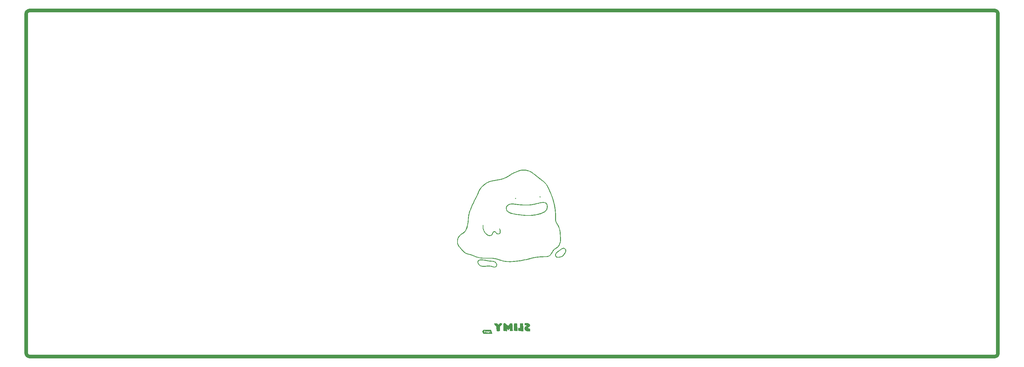
<source format=gbo>
%TF.GenerationSoftware,KiCad,Pcbnew,(6.0.4-0)*%
%TF.CreationDate,2022-06-19T23:04:27+01:00*%
%TF.ProjectId,slimy,736c696d-792e-46b6-9963-61645f706362,rev?*%
%TF.SameCoordinates,Original*%
%TF.FileFunction,Legend,Bot*%
%TF.FilePolarity,Positive*%
%FSLAX46Y46*%
G04 Gerber Fmt 4.6, Leading zero omitted, Abs format (unit mm)*
G04 Created by KiCad (PCBNEW (6.0.4-0)) date 2022-06-19 23:04:27*
%MOMM*%
%LPD*%
G01*
G04 APERTURE LIST*
%ADD10C,1.000000*%
%ADD11R,2.550000X2.500000*%
%ADD12C,1.750000*%
%ADD13C,3.987800*%
%ADD14R,1.600000X1.600000*%
%ADD15O,1.600000X1.600000*%
%ADD16C,1.524000*%
%ADD17C,1.600000*%
%ADD18C,2.000000*%
G04 APERTURE END LIST*
D10*
X348423306Y-183550406D02*
G75*
G03*
X349312306Y-182661382I-6J889006D01*
G01*
X349312306Y-89169418D02*
X349312306Y-182661382D01*
X82971818Y-88280418D02*
G75*
G03*
X82082818Y-89169418I-18J-888982D01*
G01*
X82092800Y-182651400D02*
G75*
G03*
X82981800Y-183540400I889000J0D01*
G01*
X349312282Y-89169418D02*
G75*
G03*
X348423306Y-88280418I-888982J18D01*
G01*
X82082818Y-89169418D02*
X82092800Y-182651400D01*
X348423230Y-88280418D02*
X82971818Y-88280418D01*
X348423230Y-183550382D02*
X82981800Y-183540400D01*
%TO.C,kibuzzard-62A5BC49*%
G36*
X207479530Y-176733200D02*
G01*
X207842538Y-176188687D01*
X209922163Y-176188687D01*
X210248870Y-177277713D01*
X207842538Y-177277713D01*
X207624786Y-176951084D01*
X208090585Y-176951084D01*
X208091775Y-176978469D01*
X208099316Y-176999503D01*
X208120350Y-177015577D01*
X208161229Y-177020934D01*
X208201114Y-177015775D01*
X208222347Y-177000297D01*
X208229888Y-176978469D01*
X208231079Y-176949497D01*
X208231079Y-176666128D01*
X208241397Y-176675653D01*
X208296960Y-176700259D01*
X208344982Y-176672478D01*
X208349821Y-176662953D01*
X208393797Y-176662953D01*
X208409672Y-176706609D01*
X208573979Y-176988391D01*
X208599379Y-177012600D01*
X208633907Y-177023316D01*
X208666450Y-177014981D01*
X208688279Y-176997916D01*
X208695422Y-176989184D01*
X208829217Y-176760188D01*
X208908147Y-176760188D01*
X208914200Y-176802653D01*
X208932357Y-176832419D01*
X208985935Y-176855834D01*
X209174054Y-176855834D01*
X209147860Y-176893141D01*
X209095472Y-176908222D01*
X209054396Y-176905841D01*
X209023241Y-176898697D01*
X209014510Y-176895522D01*
X208982760Y-176886791D01*
X208939104Y-176922509D01*
X208928785Y-176959022D01*
X208939352Y-176989929D01*
X208971052Y-177012005D01*
X209023886Y-177025250D01*
X209097854Y-177029666D01*
X209153317Y-177024605D01*
X209202232Y-177009425D01*
X209242812Y-176985910D01*
X209273272Y-176955847D01*
X209301054Y-176911309D01*
X209317722Y-176863419D01*
X209323279Y-176812178D01*
X209316091Y-176749957D01*
X209294527Y-176696643D01*
X209264049Y-176658984D01*
X209355029Y-176658984D01*
X209370110Y-176714547D01*
X209413766Y-176744709D01*
X209441150Y-176738359D01*
X209475679Y-176732009D01*
X209515763Y-176747091D01*
X209534416Y-176783603D01*
X209534416Y-176950291D01*
X209535607Y-176977675D01*
X209543147Y-176998709D01*
X209564579Y-177014188D01*
X209605060Y-177019347D01*
X209659829Y-177005853D01*
X209674116Y-176971722D01*
X209674116Y-176670097D01*
X209672925Y-176642712D01*
X209666179Y-176622472D01*
X209645144Y-176606398D01*
X209604266Y-176601041D01*
X209565571Y-176605605D01*
X209544735Y-176619297D01*
X209536004Y-176645491D01*
X209524494Y-176631997D01*
X209492347Y-176610566D01*
X209449088Y-176597072D01*
X209417735Y-176599056D01*
X209389954Y-176605803D01*
X209364950Y-176622075D01*
X209355029Y-176658984D01*
X209264049Y-176658984D01*
X209258588Y-176652237D01*
X209211889Y-176618944D01*
X209158046Y-176598968D01*
X209097060Y-176592309D01*
X209045565Y-176597171D01*
X209001413Y-176611756D01*
X208964603Y-176636065D01*
X208935135Y-176670097D01*
X208914894Y-176713257D01*
X208908147Y-176760188D01*
X208829217Y-176760188D01*
X208860522Y-176706609D01*
X208876397Y-176663747D01*
X208866079Y-176636164D01*
X208835122Y-176610566D01*
X208787497Y-176593103D01*
X208760113Y-176603819D01*
X208739079Y-176635966D01*
X208635097Y-176835991D01*
X208531116Y-176635966D01*
X208518019Y-176614137D01*
X208504129Y-176600644D01*
X208478729Y-176593897D01*
X208435072Y-176610566D01*
X208404116Y-176635966D01*
X208393797Y-176662953D01*
X208349821Y-176662953D01*
X208369985Y-176623266D01*
X208341410Y-176576434D01*
X208211235Y-176458959D01*
X208208854Y-176457372D01*
X208164007Y-176436734D01*
X208126304Y-176440703D01*
X208105666Y-176449831D01*
X208094554Y-176466897D01*
X208090585Y-176508966D01*
X208090585Y-176951084D01*
X207624786Y-176951084D01*
X207479530Y-176733200D01*
G37*
G36*
X209150241Y-176738756D02*
G01*
X209175641Y-176783603D01*
X209075629Y-176783603D01*
X209045466Y-176758203D01*
X209059357Y-176728834D01*
X209099044Y-176717722D01*
X209150241Y-176738756D01*
G37*
%TO.C,G\u002A\u002A\u002A*%
G36*
X213642996Y-174389646D02*
G01*
X213785877Y-174397572D01*
X213875507Y-174422893D01*
X213936303Y-174471965D01*
X213937429Y-174473267D01*
X214060710Y-174606443D01*
X214201073Y-174743761D01*
X214343899Y-174872576D01*
X214474572Y-174980242D01*
X214578473Y-175054115D01*
X214640985Y-175081549D01*
X214644018Y-175080880D01*
X214686496Y-175040567D01*
X214755776Y-174950232D01*
X214838455Y-174827142D01*
X214891479Y-174743406D01*
X214986259Y-174596395D01*
X215057936Y-174500327D01*
X215122144Y-174443747D01*
X215194512Y-174415199D01*
X215290673Y-174403229D01*
X215426256Y-174396381D01*
X215506514Y-174392971D01*
X215645666Y-174393409D01*
X215723883Y-174407199D01*
X215755042Y-174436015D01*
X215768000Y-174493662D01*
X215787128Y-174630667D01*
X215807088Y-174821424D01*
X215826939Y-175050954D01*
X215845739Y-175304280D01*
X215862549Y-175566423D01*
X215876425Y-175822406D01*
X215886429Y-176057250D01*
X215891618Y-176255977D01*
X215891051Y-176403609D01*
X215883788Y-176485167D01*
X215880596Y-176497603D01*
X215863895Y-176540839D01*
X215831004Y-176567402D01*
X215765619Y-176581350D01*
X215651435Y-176586743D01*
X215472146Y-176587639D01*
X215086223Y-176587639D01*
X215086223Y-176200940D01*
X215085116Y-176100980D01*
X215078652Y-175953465D01*
X215067701Y-175851993D01*
X215053746Y-175814241D01*
X215052012Y-175814522D01*
X215012625Y-175851801D01*
X214945638Y-175939560D01*
X214864518Y-176060290D01*
X214791384Y-176167177D01*
X214703968Y-176265973D01*
X214642588Y-176294106D01*
X214597221Y-176260824D01*
X214527873Y-176172536D01*
X214454450Y-176050606D01*
X214392681Y-175938116D01*
X214333167Y-175837499D01*
X214297265Y-175786261D01*
X214287761Y-175798502D01*
X214281984Y-175874903D01*
X214283558Y-176005496D01*
X214292663Y-176175169D01*
X214322288Y-176597154D01*
X213859624Y-176567959D01*
X213691986Y-176555651D01*
X213531624Y-176540023D01*
X213417462Y-176524431D01*
X213367054Y-176510908D01*
X213360613Y-176495797D01*
X213347869Y-176410686D01*
X213336360Y-176264680D01*
X213326339Y-176071664D01*
X213318060Y-175845526D01*
X213311779Y-175600150D01*
X213307749Y-175349421D01*
X213306224Y-175107227D01*
X213307458Y-174887452D01*
X213311707Y-174703982D01*
X213319223Y-174570703D01*
X213330262Y-174501501D01*
X213359385Y-174441679D01*
X213402952Y-174406831D01*
X213482144Y-174392405D01*
X213619831Y-174389562D01*
X213642996Y-174389646D01*
G37*
G36*
X212706809Y-174394800D02*
G01*
X212858019Y-174413497D01*
X212942982Y-174448330D01*
X212969556Y-174501293D01*
X212968948Y-174511563D01*
X212937006Y-174609220D01*
X212866517Y-174742369D01*
X212771361Y-174889303D01*
X212665421Y-175028315D01*
X212562576Y-175137700D01*
X212400975Y-175283696D01*
X212410506Y-175917130D01*
X212413133Y-176067442D01*
X212415913Y-176271330D01*
X212411065Y-176412704D01*
X212392338Y-176503540D01*
X212353486Y-176555813D01*
X212288259Y-176581498D01*
X212190410Y-176592571D01*
X212053691Y-176601007D01*
X211898220Y-176606736D01*
X211708512Y-176598154D01*
X211561202Y-176572748D01*
X211475326Y-176532765D01*
X211454244Y-176480960D01*
X211431175Y-176355555D01*
X211409787Y-176168818D01*
X211391547Y-175931288D01*
X211356967Y-175376700D01*
X211148259Y-175142534D01*
X211068179Y-175043994D01*
X210967216Y-174896214D01*
X210880151Y-174744606D01*
X210815749Y-174606386D01*
X210782778Y-174498772D01*
X210790005Y-174438980D01*
X210812911Y-174429859D01*
X210903896Y-174418440D01*
X211040617Y-174412501D01*
X211200583Y-174411960D01*
X211361300Y-174416736D01*
X211500276Y-174426746D01*
X211595018Y-174441909D01*
X211687084Y-174492573D01*
X211766525Y-174583501D01*
X211798112Y-174641537D01*
X211856797Y-174739325D01*
X211901210Y-174778658D01*
X211948672Y-174768973D01*
X212016504Y-174719707D01*
X212115728Y-174623962D01*
X212203081Y-174510079D01*
X212203984Y-174508596D01*
X212250349Y-174442916D01*
X212303883Y-174407300D01*
X212389317Y-174392712D01*
X212531378Y-174390117D01*
X212706809Y-174394800D01*
G37*
G36*
X217036072Y-174447785D02*
G01*
X217087807Y-174497425D01*
X217114752Y-174591012D01*
X217127890Y-174740898D01*
X217138201Y-174959433D01*
X217147022Y-175136183D01*
X217158759Y-175366046D01*
X217171811Y-175617846D01*
X217184644Y-175861763D01*
X217187254Y-175913373D01*
X217195015Y-176118484D01*
X217197667Y-176294133D01*
X217195137Y-176423063D01*
X217187349Y-176488015D01*
X217187324Y-176488080D01*
X217167516Y-176518838D01*
X217126884Y-176536964D01*
X217050363Y-176543808D01*
X216922885Y-176540721D01*
X216729386Y-176529052D01*
X216593361Y-176519101D01*
X216428454Y-176504538D01*
X216305630Y-176490684D01*
X216244485Y-176479539D01*
X216234342Y-176471230D01*
X216219592Y-176431726D01*
X216209209Y-176353458D01*
X216202851Y-176227906D01*
X216200177Y-176046549D01*
X216200844Y-175800866D01*
X216204512Y-175482337D01*
X216207634Y-175295114D01*
X216213589Y-175038349D01*
X216220715Y-174816884D01*
X216228554Y-174642244D01*
X216236643Y-174525957D01*
X216244524Y-174479551D01*
X216267416Y-174471696D01*
X216358499Y-174458647D01*
X216500246Y-174446509D01*
X216673814Y-174437144D01*
X216814304Y-174430942D01*
X216948565Y-174429741D01*
X217036072Y-174447785D01*
G37*
G36*
X219637036Y-174352591D02*
G01*
X219821240Y-174363252D01*
X219991643Y-174381738D01*
X220126030Y-174407385D01*
X220156981Y-174415867D01*
X220371467Y-174495691D01*
X220520440Y-174601835D01*
X220617351Y-174747472D01*
X220675651Y-174945780D01*
X220678806Y-175032374D01*
X220626377Y-175183062D01*
X220509037Y-175321554D01*
X220336822Y-175433405D01*
X220290520Y-175455796D01*
X220157111Y-175527530D01*
X220088738Y-175583683D01*
X220076459Y-175634429D01*
X220111330Y-175689942D01*
X220165475Y-175732526D01*
X220291391Y-175791873D01*
X220435901Y-175832867D01*
X220561063Y-175842628D01*
X220588694Y-175842701D01*
X220619603Y-175861774D01*
X220641317Y-175917038D01*
X220658750Y-176023504D01*
X220676815Y-176196181D01*
X220690683Y-176365778D01*
X220693341Y-176487735D01*
X220682194Y-176558236D01*
X220656462Y-176592432D01*
X220626222Y-176601863D01*
X220523846Y-176614908D01*
X220373193Y-176623910D01*
X220194716Y-176627323D01*
X220131328Y-176627156D01*
X219944999Y-176622088D01*
X219808248Y-176607064D01*
X219696240Y-176578189D01*
X219584139Y-176531570D01*
X219383070Y-176414374D01*
X219239205Y-176270795D01*
X219134780Y-176081267D01*
X219088571Y-175888635D01*
X219109992Y-175680568D01*
X219200254Y-175487051D01*
X219353134Y-175320980D01*
X219562409Y-175195247D01*
X219746960Y-175115855D01*
X219650864Y-175037644D01*
X219542510Y-174982152D01*
X219358986Y-174959433D01*
X219281607Y-174958465D01*
X219198705Y-174946512D01*
X219158264Y-174909670D01*
X219135684Y-174834136D01*
X219134830Y-174830141D01*
X219124371Y-174701638D01*
X219136989Y-174563696D01*
X219167658Y-174446467D01*
X219211353Y-174380102D01*
X219223755Y-174374180D01*
X219316080Y-174357392D01*
X219461244Y-174350417D01*
X219637036Y-174352591D01*
G37*
G36*
X218254776Y-174411951D02*
G01*
X218410636Y-174419656D01*
X218551419Y-174430653D01*
X218657430Y-174444187D01*
X218708979Y-174459500D01*
X218711028Y-174462889D01*
X218720756Y-174522963D01*
X218728204Y-174639031D01*
X218731897Y-174789843D01*
X218731944Y-174794715D01*
X218740886Y-174972423D01*
X218761168Y-175140207D01*
X218788510Y-175262347D01*
X218802459Y-175321116D01*
X218818241Y-175460923D01*
X218826210Y-175641030D01*
X218826960Y-175844063D01*
X218821081Y-176052645D01*
X218809166Y-176249401D01*
X218791807Y-176416956D01*
X218769595Y-176537934D01*
X218743122Y-176594960D01*
X218702398Y-176610248D01*
X218630583Y-176617008D01*
X218517836Y-176614668D01*
X218354230Y-176602713D01*
X218129836Y-176580630D01*
X217834728Y-176547903D01*
X217719317Y-176532869D01*
X217562595Y-176505822D01*
X217449104Y-176477805D01*
X217397771Y-176452931D01*
X217391308Y-176434589D01*
X217378704Y-176344626D01*
X217369843Y-176204264D01*
X217366333Y-176034886D01*
X217365710Y-175665306D01*
X217638442Y-175668540D01*
X217911175Y-175671773D01*
X217904938Y-175070579D01*
X217903635Y-174975572D01*
X217898534Y-174770765D01*
X217891163Y-174600771D01*
X217882301Y-174481124D01*
X217872724Y-174427354D01*
X217893640Y-174416167D01*
X217976585Y-174409450D01*
X218103528Y-174408297D01*
X218254776Y-174411951D01*
G37*
G36*
X229130411Y-151537123D02*
G01*
X229124926Y-151637049D01*
X229116850Y-151715916D01*
X229084905Y-151904440D01*
X229030629Y-152139037D01*
X228961705Y-152369956D01*
X228879740Y-152592906D01*
X228786344Y-152803591D01*
X228683124Y-152997719D01*
X228571690Y-153170995D01*
X228540769Y-153213353D01*
X228465822Y-153307352D01*
X228385082Y-153395904D01*
X228295531Y-153481620D01*
X228194149Y-153567111D01*
X228077918Y-153654990D01*
X227943821Y-153747868D01*
X227788838Y-153848357D01*
X227726152Y-153888443D01*
X227649758Y-153938419D01*
X227577712Y-153986664D01*
X227515939Y-154029200D01*
X227470363Y-154062054D01*
X227318768Y-154189443D01*
X227166480Y-154348124D01*
X227027746Y-154526727D01*
X226904358Y-154723157D01*
X226874868Y-154775617D01*
X226828517Y-154858153D01*
X226781033Y-154942787D01*
X226739074Y-155017656D01*
X226684488Y-155112609D01*
X226552184Y-155322093D01*
X226417257Y-155506512D01*
X226279018Y-155666486D01*
X226136778Y-155802637D01*
X225989848Y-155915586D01*
X225837537Y-156005954D01*
X225679156Y-156074363D01*
X225514017Y-156121434D01*
X225509116Y-156122485D01*
X225464104Y-156131031D01*
X225412994Y-156138652D01*
X225353300Y-156145523D01*
X225282534Y-156151821D01*
X225198209Y-156157721D01*
X225097838Y-156163401D01*
X224978935Y-156169037D01*
X224839012Y-156174804D01*
X224675583Y-156180879D01*
X224462682Y-156188850D01*
X224088163Y-156204875D01*
X223737508Y-156222702D01*
X223409363Y-156242493D01*
X223102373Y-156264413D01*
X222815183Y-156288625D01*
X222546438Y-156315292D01*
X222294783Y-156344577D01*
X222058864Y-156376645D01*
X221837326Y-156411659D01*
X221628814Y-156449782D01*
X221431973Y-156491177D01*
X221245448Y-156536008D01*
X221067885Y-156584439D01*
X220897929Y-156636633D01*
X220889482Y-156639372D01*
X220621290Y-156721545D01*
X220329814Y-156802267D01*
X220017660Y-156881118D01*
X219687436Y-156957679D01*
X219341750Y-157031529D01*
X218983207Y-157102247D01*
X218614417Y-157169413D01*
X218237985Y-157232608D01*
X217856520Y-157291410D01*
X217472628Y-157345400D01*
X217088917Y-157394157D01*
X216707993Y-157437261D01*
X216332465Y-157474291D01*
X215964939Y-157504828D01*
X215608023Y-157528451D01*
X215264324Y-157544740D01*
X215182549Y-157546640D01*
X215076106Y-157547137D01*
X214954973Y-157546217D01*
X214824941Y-157544025D01*
X214691798Y-157540707D01*
X214561334Y-157536408D01*
X214439337Y-157531274D01*
X214331597Y-157525451D01*
X214243904Y-157519084D01*
X214157952Y-157511249D01*
X213997869Y-157494445D01*
X213843792Y-157474932D01*
X213692700Y-157452027D01*
X213541575Y-157425052D01*
X213387395Y-157393326D01*
X213227142Y-157356168D01*
X213057794Y-157312897D01*
X212876333Y-157262833D01*
X212679737Y-157205296D01*
X212464987Y-157139605D01*
X212229063Y-157065080D01*
X212108634Y-157026610D01*
X211973712Y-156983705D01*
X211857843Y-156947179D01*
X211757843Y-156916092D01*
X211670527Y-156889506D01*
X211592709Y-156866481D01*
X211521206Y-156846080D01*
X211452832Y-156827362D01*
X211384404Y-156809390D01*
X211312735Y-156791224D01*
X211234641Y-156771926D01*
X211117855Y-156744123D01*
X210944767Y-156706279D01*
X210775308Y-156673768D01*
X210606533Y-156646345D01*
X210435494Y-156623766D01*
X210259245Y-156605788D01*
X210074838Y-156592165D01*
X209879329Y-156582655D01*
X209669769Y-156577014D01*
X209443212Y-156574996D01*
X209196713Y-156576359D01*
X208927323Y-156580858D01*
X208750055Y-156584241D01*
X208481607Y-156587635D01*
X208235413Y-156588360D01*
X208009235Y-156586339D01*
X207800831Y-156581493D01*
X207607962Y-156573744D01*
X207428389Y-156563016D01*
X207259871Y-156549230D01*
X207100169Y-156532309D01*
X206947042Y-156512176D01*
X206937591Y-156510802D01*
X206544605Y-156440543D01*
X206157457Y-156345666D01*
X205778058Y-156226766D01*
X205408317Y-156084441D01*
X205050145Y-155919288D01*
X204973511Y-155881295D01*
X204894016Y-155843266D01*
X204818941Y-155809375D01*
X204744986Y-155778483D01*
X204668854Y-155749452D01*
X204587245Y-155721144D01*
X204496859Y-155692421D01*
X204394399Y-155662144D01*
X204276564Y-155629176D01*
X204140057Y-155592377D01*
X203981579Y-155550611D01*
X203906243Y-155530766D01*
X203723181Y-155481141D01*
X203561772Y-155434963D01*
X203419196Y-155391208D01*
X203292632Y-155348852D01*
X203179259Y-155306871D01*
X203076257Y-155264241D01*
X202980803Y-155219938D01*
X202890077Y-155172939D01*
X202801258Y-155122220D01*
X202749270Y-155090515D01*
X202685975Y-155049335D01*
X202624694Y-155005850D01*
X202562609Y-154957668D01*
X202496903Y-154902402D01*
X202424758Y-154837660D01*
X202343356Y-154761055D01*
X202249880Y-154670195D01*
X202141511Y-154562692D01*
X201953573Y-154371521D01*
X201728185Y-154131946D01*
X201521317Y-153899768D01*
X201333479Y-153675669D01*
X201165179Y-153460334D01*
X201016926Y-153254447D01*
X200889230Y-153058690D01*
X200782599Y-152873747D01*
X200697542Y-152700301D01*
X200634569Y-152539036D01*
X200629532Y-152523478D01*
X200599561Y-152405150D01*
X200580394Y-152279057D01*
X200575908Y-152219683D01*
X200572511Y-152130896D01*
X200571202Y-152028721D01*
X200571560Y-151967862D01*
X200781198Y-151967862D01*
X200785965Y-152113939D01*
X200797644Y-152250203D01*
X200816179Y-152371557D01*
X200841512Y-152472900D01*
X200846050Y-152486797D01*
X200904869Y-152636781D01*
X200985530Y-152799277D01*
X201087540Y-152973637D01*
X201210407Y-153159211D01*
X201353637Y-153355350D01*
X201516738Y-153561404D01*
X201699217Y-153776723D01*
X201900582Y-154000659D01*
X202120339Y-154232562D01*
X202357996Y-154471781D01*
X202448436Y-154560170D01*
X202542704Y-154650098D01*
X202625153Y-154725487D01*
X202698954Y-154788812D01*
X202767279Y-154842548D01*
X202833300Y-154889168D01*
X202900189Y-154931148D01*
X202971118Y-154970963D01*
X203049258Y-155011086D01*
X203068880Y-155020756D01*
X203149170Y-155058693D01*
X203230008Y-155093899D01*
X203314499Y-155127403D01*
X203405752Y-155160237D01*
X203506875Y-155193431D01*
X203620974Y-155228015D01*
X203751157Y-155265022D01*
X203900531Y-155305481D01*
X204072205Y-155350424D01*
X204204136Y-155384963D01*
X204352197Y-155425234D01*
X204482238Y-155462804D01*
X204598418Y-155499114D01*
X204704899Y-155535603D01*
X204805841Y-155573713D01*
X204905406Y-155614884D01*
X205007755Y-155660557D01*
X205117048Y-155712172D01*
X205210361Y-155756586D01*
X205496956Y-155884748D01*
X205773198Y-155994789D01*
X206043854Y-156088131D01*
X206313692Y-156166193D01*
X206587478Y-156230399D01*
X206869979Y-156282167D01*
X207165961Y-156322920D01*
X207212662Y-156328284D01*
X207291873Y-156336724D01*
X207369771Y-156344002D01*
X207448633Y-156350173D01*
X207530734Y-156355295D01*
X207618349Y-156359424D01*
X207713753Y-156362617D01*
X207819222Y-156364932D01*
X207937032Y-156366425D01*
X208069459Y-156367153D01*
X208218776Y-156367173D01*
X208387261Y-156366542D01*
X208577188Y-156365317D01*
X208790833Y-156363555D01*
X208947217Y-156362253D01*
X209161056Y-156360874D01*
X209352671Y-156360264D01*
X209524322Y-156360522D01*
X209678265Y-156361748D01*
X209816760Y-156364039D01*
X209942066Y-156367496D01*
X210056440Y-156372218D01*
X210162140Y-156378302D01*
X210261426Y-156385848D01*
X210356556Y-156394955D01*
X210449788Y-156405721D01*
X210543380Y-156418247D01*
X210639591Y-156432630D01*
X210740680Y-156448970D01*
X210779367Y-156455473D01*
X210898109Y-156476411D01*
X211012097Y-156498256D01*
X211124260Y-156521781D01*
X211237523Y-156547762D01*
X211354815Y-156576972D01*
X211479061Y-156610187D01*
X211613189Y-156648180D01*
X211760125Y-156691726D01*
X211922798Y-156741601D01*
X212104132Y-156798577D01*
X212307057Y-156863429D01*
X212527330Y-156933215D01*
X212762071Y-157004656D01*
X212978923Y-157066973D01*
X213181069Y-157120841D01*
X213371696Y-157166935D01*
X213553987Y-157205930D01*
X213731128Y-157238501D01*
X213906303Y-157265323D01*
X214082698Y-157287071D01*
X214263498Y-157304421D01*
X214451888Y-157318046D01*
X214526811Y-157322117D01*
X214709608Y-157328168D01*
X214911408Y-157330160D01*
X215127618Y-157328156D01*
X215353644Y-157322221D01*
X215584896Y-157312421D01*
X215816780Y-157298819D01*
X216018219Y-157284189D01*
X216344832Y-157256135D01*
X216680817Y-157222319D01*
X217023646Y-157183173D01*
X217370795Y-157139128D01*
X217719736Y-157090617D01*
X218067944Y-157038073D01*
X218412892Y-156981926D01*
X218752053Y-156922608D01*
X219082902Y-156860553D01*
X219402913Y-156796191D01*
X219709558Y-156729955D01*
X220000312Y-156662277D01*
X220272649Y-156593588D01*
X220524041Y-156524321D01*
X220751964Y-156454908D01*
X220831342Y-156429573D01*
X220979632Y-156383806D01*
X221112144Y-156345397D01*
X221234510Y-156312813D01*
X221352363Y-156284519D01*
X221471335Y-156258982D01*
X221506177Y-156251975D01*
X221740709Y-156208416D01*
X221988522Y-156168551D01*
X222251017Y-156132250D01*
X222529592Y-156099383D01*
X222825647Y-156069821D01*
X223140580Y-156043433D01*
X223475792Y-156020090D01*
X223832681Y-155999662D01*
X224212646Y-155982018D01*
X224617087Y-155967030D01*
X224756470Y-155962320D01*
X224898486Y-155957086D01*
X225019456Y-155951963D01*
X225122053Y-155946724D01*
X225208950Y-155941142D01*
X225282819Y-155934989D01*
X225346334Y-155928039D01*
X225402167Y-155920064D01*
X225452991Y-155910838D01*
X225501479Y-155900132D01*
X225550303Y-155887721D01*
X225675623Y-155845389D01*
X225798196Y-155785210D01*
X225917433Y-155706571D01*
X226034344Y-155608434D01*
X226149939Y-155489760D01*
X226265229Y-155349512D01*
X226381224Y-155186650D01*
X226498934Y-155000137D01*
X226619369Y-154788934D01*
X226665614Y-154705169D01*
X226732782Y-154588210D01*
X226794477Y-154487650D01*
X226853677Y-154398900D01*
X226913357Y-154317374D01*
X226976494Y-154238483D01*
X226990512Y-154221764D01*
X227054196Y-154149189D01*
X227118632Y-154082160D01*
X227186977Y-154018115D01*
X227262389Y-153954489D01*
X227348024Y-153888721D01*
X227447040Y-153818247D01*
X227562594Y-153740504D01*
X227697845Y-153652930D01*
X227730894Y-153631765D01*
X227834923Y-153564073D01*
X227921398Y-153505573D01*
X227994183Y-153453292D01*
X228057144Y-153404255D01*
X228114148Y-153355490D01*
X228169060Y-153304023D01*
X228225747Y-153246879D01*
X228302591Y-153161825D01*
X228414245Y-153015561D01*
X228517342Y-152850483D01*
X228613248Y-152664323D01*
X228703331Y-152454816D01*
X228744942Y-152344266D01*
X228803736Y-152162974D01*
X228850068Y-151981359D01*
X228884289Y-151796038D01*
X228906750Y-151603631D01*
X228917802Y-151400755D01*
X228917796Y-151184029D01*
X228907084Y-150950070D01*
X228886016Y-150695496D01*
X228877967Y-150609235D01*
X228867592Y-150479647D01*
X228859064Y-150345691D01*
X228852094Y-150201962D01*
X228846396Y-150043053D01*
X228841680Y-149863562D01*
X228840674Y-149819975D01*
X228837077Y-149681924D01*
X228833262Y-149565614D01*
X228829045Y-149467729D01*
X228824240Y-149384953D01*
X228818663Y-149313969D01*
X228812131Y-149251461D01*
X228804458Y-149194114D01*
X228792509Y-149117474D01*
X228744674Y-148864673D01*
X228684190Y-148617463D01*
X228609894Y-148372817D01*
X228520617Y-148127712D01*
X228415196Y-147879121D01*
X228292462Y-147624021D01*
X228151252Y-147359386D01*
X227990398Y-147082192D01*
X227941335Y-146999661D01*
X227855428Y-146849059D01*
X227783453Y-146713117D01*
X227723725Y-146588206D01*
X227674559Y-146470694D01*
X227634271Y-146356951D01*
X227601176Y-146243347D01*
X227594219Y-146216340D01*
X227582566Y-146167832D01*
X227572679Y-146120273D01*
X227564420Y-146071212D01*
X227557655Y-146018200D01*
X227552246Y-145958788D01*
X227548059Y-145890526D01*
X227544958Y-145810965D01*
X227542806Y-145717654D01*
X227541468Y-145608145D01*
X227540808Y-145479988D01*
X227540690Y-145330734D01*
X227540978Y-145157932D01*
X227541005Y-145146221D01*
X227541006Y-144916957D01*
X227539809Y-144709571D01*
X227537221Y-144520151D01*
X227533047Y-144344783D01*
X227527094Y-144179558D01*
X227519169Y-144020561D01*
X227509078Y-143863881D01*
X227496627Y-143705606D01*
X227481623Y-143541823D01*
X227463871Y-143368621D01*
X227443179Y-143182088D01*
X227433196Y-143096757D01*
X227370162Y-142629868D01*
X227293071Y-142166752D01*
X227201326Y-141705374D01*
X227094327Y-141243703D01*
X226971476Y-140779705D01*
X226832173Y-140311348D01*
X226675821Y-139836598D01*
X226501820Y-139353422D01*
X226309572Y-138859787D01*
X226098478Y-138353660D01*
X225867939Y-137833009D01*
X225854132Y-137802687D01*
X225795062Y-137673572D01*
X225733502Y-137539895D01*
X225670924Y-137404791D01*
X225608800Y-137271396D01*
X225548603Y-137142849D01*
X225491805Y-137022285D01*
X225439877Y-136912842D01*
X225394292Y-136817655D01*
X225356522Y-136739862D01*
X225328038Y-136682600D01*
X225305044Y-136638271D01*
X225186648Y-136434600D01*
X225049155Y-136235521D01*
X224890384Y-136038069D01*
X224708155Y-135839278D01*
X224628916Y-135759096D01*
X224547584Y-135679883D01*
X224462980Y-135600822D01*
X224373099Y-135520245D01*
X224275935Y-135436481D01*
X224169482Y-135347862D01*
X224051734Y-135252716D01*
X223920686Y-135149376D01*
X223774331Y-135036172D01*
X223610665Y-134911434D01*
X223427681Y-134773492D01*
X223315637Y-134689272D01*
X223149412Y-134563748D01*
X222999202Y-134449463D01*
X222861875Y-134343957D01*
X222734301Y-134244774D01*
X222613346Y-134149455D01*
X222495879Y-134055544D01*
X222378767Y-133960583D01*
X222258879Y-133862114D01*
X222133083Y-133757680D01*
X222090249Y-133722046D01*
X221866835Y-133539274D01*
X221658449Y-133374507D01*
X221463190Y-133226544D01*
X221279155Y-133094185D01*
X221104443Y-132976230D01*
X220937152Y-132871480D01*
X220775380Y-132778735D01*
X220617224Y-132696795D01*
X220460783Y-132624461D01*
X220304156Y-132560532D01*
X220145439Y-132503808D01*
X220097857Y-132488367D01*
X219838569Y-132418060D01*
X219565485Y-132365555D01*
X219283061Y-132330994D01*
X218995754Y-132314517D01*
X218708019Y-132316266D01*
X218424313Y-132336382D01*
X218149091Y-132375005D01*
X217886811Y-132432278D01*
X217829016Y-132447854D01*
X217756359Y-132468917D01*
X217682952Y-132492161D01*
X217605519Y-132518802D01*
X217520781Y-132550059D01*
X217425461Y-132587149D01*
X217316281Y-132631288D01*
X217189964Y-132683695D01*
X217043232Y-132745586D01*
X217023251Y-132754049D01*
X216919208Y-132797723D01*
X216814514Y-132841078D01*
X216714074Y-132882122D01*
X216622794Y-132918861D01*
X216545579Y-132949302D01*
X216487337Y-132971452D01*
X216446671Y-132986550D01*
X216349033Y-133024163D01*
X216256411Y-133062221D01*
X216166161Y-133102154D01*
X216075640Y-133145389D01*
X215982204Y-133193355D01*
X215883209Y-133247482D01*
X215776012Y-133309198D01*
X215657969Y-133379931D01*
X215526436Y-133461111D01*
X215378771Y-133554167D01*
X215212328Y-133660526D01*
X215044670Y-133767882D01*
X214890936Y-133865534D01*
X214753700Y-133951692D01*
X214630381Y-134027875D01*
X214518398Y-134095602D01*
X214415171Y-134156392D01*
X214318118Y-134211764D01*
X214224660Y-134263237D01*
X214132216Y-134312330D01*
X214038205Y-134360563D01*
X213940046Y-134409454D01*
X213874814Y-134441115D01*
X213721330Y-134511868D01*
X213569476Y-134576050D01*
X213414677Y-134635268D01*
X213252360Y-134691133D01*
X213077952Y-134745253D01*
X212886876Y-134799239D01*
X212674561Y-134854699D01*
X212624224Y-134867343D01*
X212485562Y-134901237D01*
X212350697Y-134932633D01*
X212216338Y-134962153D01*
X212079196Y-134990418D01*
X211935981Y-135018049D01*
X211783403Y-135045669D01*
X211618171Y-135073898D01*
X211436997Y-135103358D01*
X211236589Y-135134671D01*
X211013658Y-135168458D01*
X210967808Y-135175379D01*
X210848175Y-135193897D01*
X210727157Y-135213217D01*
X210610178Y-135232442D01*
X210502661Y-135250670D01*
X210410031Y-135267004D01*
X210337712Y-135280543D01*
X210149485Y-135321045D01*
X209829454Y-135406234D01*
X209515309Y-135510178D01*
X209210527Y-135631442D01*
X208918585Y-135768594D01*
X208642963Y-135920198D01*
X208387136Y-136084821D01*
X208320844Y-136131883D01*
X208107146Y-136294900D01*
X207897903Y-136471275D01*
X207696538Y-136657586D01*
X207506472Y-136850409D01*
X207331129Y-137046323D01*
X207173929Y-137241906D01*
X207038295Y-137433736D01*
X207032017Y-137443335D01*
X206980776Y-137523251D01*
X206932329Y-137602109D01*
X206885417Y-137682421D01*
X206838779Y-137766702D01*
X206791156Y-137857465D01*
X206741287Y-137957225D01*
X206687913Y-138068494D01*
X206629774Y-138193786D01*
X206565609Y-138335616D01*
X206494160Y-138496496D01*
X206414166Y-138678941D01*
X206346779Y-138833067D01*
X206279252Y-138986567D01*
X206218503Y-139123235D01*
X206162742Y-139246822D01*
X206110180Y-139361081D01*
X206059026Y-139469764D01*
X206007490Y-139576621D01*
X205953784Y-139685404D01*
X205896117Y-139799866D01*
X205832699Y-139923758D01*
X205761742Y-140060831D01*
X205681454Y-140214837D01*
X205545085Y-140479745D01*
X205383642Y-140803532D01*
X205225452Y-141131682D01*
X205071413Y-141462009D01*
X204922427Y-141792327D01*
X204779393Y-142120448D01*
X204643210Y-142444188D01*
X204514779Y-142761358D01*
X204395000Y-143069773D01*
X204284772Y-143367246D01*
X204184995Y-143651591D01*
X204096569Y-143920621D01*
X204020394Y-144172150D01*
X203957370Y-144403992D01*
X203949791Y-144434048D01*
X203927575Y-144525148D01*
X203907997Y-144611409D01*
X203890627Y-144695907D01*
X203875036Y-144781722D01*
X203860793Y-144871933D01*
X203847470Y-144969617D01*
X203834637Y-145077853D01*
X203821863Y-145199720D01*
X203808721Y-145338296D01*
X203794779Y-145496661D01*
X203779609Y-145677891D01*
X203770129Y-145792431D01*
X203756324Y-145955762D01*
X203743777Y-146099000D01*
X203732137Y-146225731D01*
X203721050Y-146339542D01*
X203710161Y-146444018D01*
X203699118Y-146542748D01*
X203687567Y-146639315D01*
X203675153Y-146737308D01*
X203646298Y-146944550D01*
X203590265Y-147279705D01*
X203525464Y-147591687D01*
X203451563Y-147881435D01*
X203368228Y-148149886D01*
X203275127Y-148397976D01*
X203171927Y-148626642D01*
X203058295Y-148836823D01*
X202933897Y-149029455D01*
X202798402Y-149205476D01*
X202769425Y-149239390D01*
X202699134Y-149316361D01*
X202626299Y-149387739D01*
X202547420Y-149456297D01*
X202459000Y-149524809D01*
X202357540Y-149596045D01*
X202239541Y-149672780D01*
X202101505Y-149757786D01*
X201963561Y-149844798D01*
X201738257Y-150005911D01*
X201537165Y-150176128D01*
X201360115Y-150355669D01*
X201206939Y-150544752D01*
X201077467Y-150743595D01*
X200971530Y-150952418D01*
X200888959Y-151171439D01*
X200829585Y-151400876D01*
X200808937Y-151521747D01*
X200792627Y-151666668D01*
X200783400Y-151817072D01*
X200781198Y-151967862D01*
X200571560Y-151967862D01*
X200571848Y-151918781D01*
X200574319Y-151806698D01*
X200578482Y-151698095D01*
X200584207Y-151598595D01*
X200591361Y-151513822D01*
X200599812Y-151449397D01*
X200617749Y-151354975D01*
X200678180Y-151118914D01*
X200759100Y-150896478D01*
X200861558Y-150685674D01*
X200986606Y-150484506D01*
X201135293Y-150290979D01*
X201308670Y-150103098D01*
X201373205Y-150040111D01*
X201498600Y-149926287D01*
X201628845Y-149819957D01*
X201768945Y-149717354D01*
X201923906Y-149614709D01*
X202098730Y-149508254D01*
X202136037Y-149486006D01*
X202256278Y-149408612D01*
X202362164Y-149329659D01*
X202462067Y-149242537D01*
X202564359Y-149140637D01*
X202591775Y-149111262D01*
X202731361Y-148940946D01*
X202860221Y-148747336D01*
X202978168Y-148530842D01*
X203085016Y-148291873D01*
X203180578Y-148030840D01*
X203264667Y-147748152D01*
X203337096Y-147444221D01*
X203354565Y-147360002D01*
X203378633Y-147237185D01*
X203400869Y-147114191D01*
X203421598Y-146988444D01*
X203441144Y-146857364D01*
X203459830Y-146718372D01*
X203477979Y-146568891D01*
X203495917Y-146406342D01*
X203513967Y-146228147D01*
X203532453Y-146031727D01*
X203551698Y-145814504D01*
X203572026Y-145573900D01*
X203582249Y-145451856D01*
X203594672Y-145308628D01*
X203606013Y-145185492D01*
X203616674Y-145079103D01*
X203627062Y-144986116D01*
X203637579Y-144903185D01*
X203648629Y-144826964D01*
X203660617Y-144754108D01*
X203673947Y-144681270D01*
X203689022Y-144605106D01*
X203732071Y-144413978D01*
X203789549Y-144194731D01*
X203859116Y-143957083D01*
X203940015Y-143702958D01*
X204031484Y-143434280D01*
X204132765Y-143152974D01*
X204243097Y-142860964D01*
X204361721Y-142560174D01*
X204487878Y-142252529D01*
X204620809Y-141939954D01*
X204759752Y-141624371D01*
X204903950Y-141307707D01*
X205052642Y-140991885D01*
X205205069Y-140678830D01*
X205360471Y-140370465D01*
X205445541Y-140204496D01*
X205533907Y-140031688D01*
X205612591Y-139877173D01*
X205682822Y-139738383D01*
X205745832Y-139612751D01*
X205802849Y-139497711D01*
X205855104Y-139390696D01*
X205903826Y-139289139D01*
X205950245Y-139190474D01*
X205995591Y-139092133D01*
X206041094Y-138991549D01*
X206087984Y-138886157D01*
X206137490Y-138773388D01*
X206190843Y-138650676D01*
X206249272Y-138515455D01*
X206270057Y-138467398D01*
X206371366Y-138237846D01*
X206467021Y-138030076D01*
X206558646Y-137841514D01*
X206647869Y-137669588D01*
X206736318Y-137511725D01*
X206825619Y-137365351D01*
X206917398Y-137227896D01*
X207013283Y-137096785D01*
X207114901Y-136969446D01*
X207223879Y-136843306D01*
X207341842Y-136715792D01*
X207470419Y-136584333D01*
X207556142Y-136499982D01*
X207797656Y-136276795D01*
X208038911Y-136076258D01*
X208283366Y-135896244D01*
X208534483Y-135734627D01*
X208795722Y-135589280D01*
X209070541Y-135458078D01*
X209362402Y-135338893D01*
X209674764Y-135229599D01*
X209773416Y-135198230D01*
X209870482Y-135168982D01*
X209965403Y-135142393D01*
X210061285Y-135117811D01*
X210161232Y-135094583D01*
X210268349Y-135072060D01*
X210385741Y-135049587D01*
X210516513Y-135026515D01*
X210663770Y-135002190D01*
X210830617Y-134975962D01*
X211020158Y-134947178D01*
X211205117Y-134919086D01*
X211424006Y-134884674D01*
X211622986Y-134851859D01*
X211805408Y-134820013D01*
X211974626Y-134788506D01*
X212133995Y-134756708D01*
X212286867Y-134723992D01*
X212436596Y-134689727D01*
X212586535Y-134653284D01*
X212718748Y-134619742D01*
X212896737Y-134572328D01*
X213056584Y-134526417D01*
X213202784Y-134480417D01*
X213339833Y-134432739D01*
X213472227Y-134381791D01*
X213604461Y-134325984D01*
X213741031Y-134263727D01*
X213886432Y-134193430D01*
X213936078Y-134168697D01*
X214051365Y-134109735D01*
X214164805Y-134049309D01*
X214279701Y-133985491D01*
X214399353Y-133916354D01*
X214527063Y-133839969D01*
X214666131Y-133754410D01*
X214819861Y-133657746D01*
X214991551Y-133548052D01*
X215171940Y-133432613D01*
X215335303Y-133329328D01*
X215481733Y-133238349D01*
X215613476Y-133158441D01*
X215732777Y-133088371D01*
X215841884Y-133026903D01*
X215943042Y-132972804D01*
X216038499Y-132924839D01*
X216130500Y-132881775D01*
X216221292Y-132842375D01*
X216313121Y-132805408D01*
X216408234Y-132769637D01*
X216426104Y-132763007D01*
X216488736Y-132738847D01*
X216568941Y-132706950D01*
X216662130Y-132669186D01*
X216763711Y-132627424D01*
X216869094Y-132583534D01*
X216973689Y-132539384D01*
X217058103Y-132503755D01*
X217247910Y-132425997D01*
X217420034Y-132359352D01*
X217578022Y-132302710D01*
X217725423Y-132254961D01*
X217865782Y-132214996D01*
X218002647Y-132181704D01*
X218139566Y-132153976D01*
X218280086Y-132130703D01*
X218328969Y-132124704D01*
X218418515Y-132117482D01*
X218525994Y-132111993D01*
X218646668Y-132108238D01*
X218775802Y-132106218D01*
X218908659Y-132105933D01*
X219040501Y-132107384D01*
X219166593Y-132110571D01*
X219282196Y-132115496D01*
X219382575Y-132122158D01*
X219462993Y-132130558D01*
X219615170Y-132153534D01*
X219844192Y-132198345D01*
X220067317Y-132255310D01*
X220286511Y-132325418D01*
X220503739Y-132409662D01*
X220720965Y-132509031D01*
X220940152Y-132624518D01*
X221163267Y-132757114D01*
X221392273Y-132907810D01*
X221629135Y-133077597D01*
X221875816Y-133267466D01*
X222134283Y-133478409D01*
X222154353Y-133495202D01*
X222287650Y-133606393D01*
X222410150Y-133707849D01*
X222525031Y-133802078D01*
X222635471Y-133891587D01*
X222744648Y-133978886D01*
X222855740Y-134066484D01*
X222971926Y-134156887D01*
X223096382Y-134252606D01*
X223232288Y-134356148D01*
X223382822Y-134470021D01*
X223551161Y-134596735D01*
X223586458Y-134623278D01*
X223784198Y-134772882D01*
X223960716Y-134908088D01*
X224116250Y-135029081D01*
X224251040Y-135136049D01*
X224365322Y-135229178D01*
X224459336Y-135308656D01*
X224547383Y-135386087D01*
X224759120Y-135583688D01*
X224947921Y-135777988D01*
X225115470Y-135971005D01*
X225263454Y-136164756D01*
X225393560Y-136361259D01*
X225507474Y-136562530D01*
X225526613Y-136600066D01*
X225562075Y-136671832D01*
X225605845Y-136762269D01*
X225656541Y-136868411D01*
X225712780Y-136987291D01*
X225773182Y-137115944D01*
X225836363Y-137251403D01*
X225900942Y-137390702D01*
X225965535Y-137530876D01*
X226028762Y-137668958D01*
X226089240Y-137801982D01*
X226145586Y-137926983D01*
X226196420Y-138040993D01*
X226422736Y-138567990D01*
X226639518Y-139109066D01*
X226835557Y-139639843D01*
X227011360Y-140162356D01*
X227167433Y-140678640D01*
X227304281Y-141190731D01*
X227422411Y-141700662D01*
X227522328Y-142210468D01*
X227604538Y-142722185D01*
X227669549Y-143237847D01*
X227717864Y-143759489D01*
X227749990Y-144289145D01*
X227752378Y-144353006D01*
X227754916Y-144449888D01*
X227757058Y-144564955D01*
X227758761Y-144693950D01*
X227759980Y-144832616D01*
X227760669Y-144976696D01*
X227760783Y-145121933D01*
X227760279Y-145264069D01*
X227760269Y-145265744D01*
X227759445Y-145416155D01*
X227758957Y-145543154D01*
X227758871Y-145649302D01*
X227759252Y-145737155D01*
X227760166Y-145809275D01*
X227761677Y-145868218D01*
X227763851Y-145916545D01*
X227766755Y-145956813D01*
X227770452Y-145991583D01*
X227775008Y-146023413D01*
X227780490Y-146054862D01*
X227802141Y-146157493D01*
X227830092Y-146261169D01*
X227865072Y-146365284D01*
X227908549Y-146473200D01*
X227961988Y-146588284D01*
X228026855Y-146713899D01*
X228104616Y-146853410D01*
X228196738Y-147010182D01*
X228243670Y-147089410D01*
X228429253Y-147423545D01*
X228590119Y-147749751D01*
X228726263Y-148068014D01*
X228837678Y-148378320D01*
X228924359Y-148680655D01*
X228946394Y-148771199D01*
X228971899Y-148884018D01*
X228993194Y-148990683D01*
X229010732Y-149095212D01*
X229024968Y-149201624D01*
X229036356Y-149313937D01*
X229045350Y-149436169D01*
X229052405Y-149572338D01*
X229057974Y-149726461D01*
X229062513Y-149902559D01*
X229062702Y-149911022D01*
X229066955Y-150076710D01*
X229071871Y-150220547D01*
X229077658Y-150346489D01*
X229084527Y-150458491D01*
X229092686Y-150560509D01*
X229102343Y-150656499D01*
X229112587Y-150764283D01*
X229121268Y-150889704D01*
X229127753Y-151022884D01*
X229131975Y-151159018D01*
X229133870Y-151293304D01*
X229133449Y-151400755D01*
X229133370Y-151420940D01*
X229130411Y-151537123D01*
G37*
G36*
X216737870Y-139904655D02*
G01*
X216778774Y-139935185D01*
X216807108Y-139979982D01*
X216817701Y-140037841D01*
X216814851Y-140077415D01*
X216802002Y-140108681D01*
X216773505Y-140141627D01*
X216753931Y-140159706D01*
X216719899Y-140180171D01*
X216681867Y-140185824D01*
X216626642Y-140177593D01*
X216574212Y-140150622D01*
X216538443Y-140108255D01*
X216524574Y-140074634D01*
X216520889Y-140026223D01*
X216538433Y-139972734D01*
X216551949Y-139949306D01*
X216591435Y-139910717D01*
X216639030Y-139891215D01*
X216689565Y-139889596D01*
X216737870Y-139904655D01*
G37*
G36*
X211564709Y-158401727D02*
G01*
X211548145Y-158481883D01*
X211538200Y-158512770D01*
X211485705Y-158633087D01*
X211415932Y-158743298D01*
X211331957Y-158840238D01*
X211236853Y-158920743D01*
X211133695Y-158981649D01*
X211025557Y-159019792D01*
X211012156Y-159022594D01*
X210943509Y-159030599D01*
X210859371Y-159033011D01*
X210767664Y-159030031D01*
X210676311Y-159021863D01*
X210593234Y-159008710D01*
X210546212Y-158997904D01*
X210476231Y-158979728D01*
X210394212Y-158956892D01*
X210306820Y-158931260D01*
X210220721Y-158904691D01*
X210113854Y-158871267D01*
X209997970Y-158836771D01*
X209890816Y-158807598D01*
X209789748Y-158783658D01*
X209692117Y-158764860D01*
X209595280Y-158751113D01*
X209496590Y-158742328D01*
X209393401Y-158738414D01*
X209283068Y-158739280D01*
X209162945Y-158744835D01*
X209030385Y-158754990D01*
X208882744Y-158769654D01*
X208717375Y-158788737D01*
X208531632Y-158812147D01*
X208322870Y-158839795D01*
X208284140Y-158844447D01*
X208189069Y-158852654D01*
X208082796Y-158858431D01*
X207972720Y-158861613D01*
X207866240Y-158862032D01*
X207770754Y-158859524D01*
X207693663Y-158853922D01*
X207653689Y-158849155D01*
X207513801Y-158827366D01*
X207370940Y-158798009D01*
X207230901Y-158762646D01*
X207099477Y-158722837D01*
X206982462Y-158680146D01*
X206885650Y-158636132D01*
X206775665Y-158567360D01*
X206661328Y-158470945D01*
X206552559Y-158353576D01*
X206451266Y-158217825D01*
X206359357Y-158066267D01*
X206278738Y-157901476D01*
X206211316Y-157726025D01*
X206187890Y-157647271D01*
X206175291Y-157580265D01*
X206171932Y-157521259D01*
X206383850Y-157521259D01*
X206389273Y-157558423D01*
X206401945Y-157606797D01*
X206423083Y-157672840D01*
X206477619Y-157817987D01*
X206547242Y-157962652D01*
X206633181Y-158104913D01*
X206643222Y-158119689D01*
X206697828Y-158190996D01*
X206761874Y-158263283D01*
X206829620Y-158330755D01*
X206895325Y-158387615D01*
X206953248Y-158428067D01*
X206995563Y-158450235D01*
X207080538Y-158486419D01*
X207182451Y-158522361D01*
X207295807Y-158556455D01*
X207415112Y-158587095D01*
X207534870Y-158612675D01*
X207649589Y-158631590D01*
X207749245Y-158640642D01*
X207877832Y-158643569D01*
X208027084Y-158639636D01*
X208194753Y-158628951D01*
X208378592Y-158611618D01*
X208576350Y-158587745D01*
X208650120Y-158578044D01*
X208806352Y-158558395D01*
X208941611Y-158542932D01*
X209059143Y-158531437D01*
X209162196Y-158523689D01*
X209254018Y-158519470D01*
X209337856Y-158518560D01*
X209416957Y-158520741D01*
X209494569Y-158525794D01*
X209513670Y-158527422D01*
X209649211Y-158542544D01*
X209783068Y-158564355D01*
X209921435Y-158594170D01*
X210070506Y-158633301D01*
X210236476Y-158683061D01*
X210318251Y-158708367D01*
X210402806Y-158733751D01*
X210481032Y-158756493D01*
X210546791Y-158774810D01*
X210593947Y-158786919D01*
X210666247Y-158802093D01*
X210800252Y-158818563D01*
X210918288Y-158815570D01*
X211021579Y-158792771D01*
X211111349Y-158749826D01*
X211188822Y-158686390D01*
X211255221Y-158602124D01*
X211281726Y-158558122D01*
X211328285Y-158453142D01*
X211352089Y-158343867D01*
X211354867Y-158223735D01*
X211344803Y-158128946D01*
X211322169Y-158040923D01*
X211283949Y-157958960D01*
X211226664Y-157873553D01*
X211140191Y-157775093D01*
X211028508Y-157682424D01*
X210897818Y-157604624D01*
X210747270Y-157541272D01*
X210576017Y-157491949D01*
X210383208Y-157456234D01*
X210342400Y-157451055D01*
X210274038Y-157443603D01*
X210189323Y-157435247D01*
X210093473Y-157426480D01*
X209991708Y-157417794D01*
X209889247Y-157409680D01*
X209786715Y-157401760D01*
X209631973Y-157389003D01*
X209496183Y-157376452D01*
X209374942Y-157363483D01*
X209263844Y-157349473D01*
X209158485Y-157333795D01*
X209054460Y-157315825D01*
X208947364Y-157294939D01*
X208832792Y-157270512D01*
X208706340Y-157241919D01*
X208600525Y-157218012D01*
X208363965Y-157168897D01*
X208143961Y-157130089D01*
X207935602Y-157101062D01*
X207733982Y-157081292D01*
X207534191Y-157070252D01*
X207331322Y-157067418D01*
X207120465Y-157072266D01*
X207097285Y-157073217D01*
X207011695Y-157077408D01*
X206932725Y-157082277D01*
X206865215Y-157087463D01*
X206814007Y-157092605D01*
X206783945Y-157097342D01*
X206710121Y-157120682D01*
X206612759Y-157168841D01*
X206528466Y-157231523D01*
X206460447Y-157305675D01*
X206411910Y-157388244D01*
X206386061Y-157476177D01*
X206384461Y-157488847D01*
X206383850Y-157521259D01*
X206171932Y-157521259D01*
X206171540Y-157514382D01*
X206172182Y-157487386D01*
X206190177Y-157371272D01*
X206231770Y-157262521D01*
X206295453Y-157162794D01*
X206379720Y-157073751D01*
X206483062Y-156997053D01*
X206603971Y-156934360D01*
X206740940Y-156887333D01*
X206746489Y-156885863D01*
X206775086Y-156878923D01*
X206804433Y-156873344D01*
X206837684Y-156868966D01*
X206877998Y-156865624D01*
X206928529Y-156863157D01*
X206992434Y-156861403D01*
X207072869Y-156860200D01*
X207172989Y-156859384D01*
X207295951Y-156858795D01*
X207399222Y-156858528D01*
X207514142Y-156858750D01*
X207609807Y-156859742D01*
X207690033Y-156861635D01*
X207758638Y-156864563D01*
X207819440Y-156868657D01*
X207876255Y-156874050D01*
X207932901Y-156880873D01*
X207994314Y-156889149D01*
X208177597Y-156916717D01*
X208361792Y-156949028D01*
X208554720Y-156987518D01*
X208764200Y-157033623D01*
X208815614Y-157045319D01*
X208906478Y-157065522D01*
X208989943Y-157083188D01*
X209069039Y-157098718D01*
X209146796Y-157112515D01*
X209226244Y-157124981D01*
X209310413Y-157136517D01*
X209402332Y-157147526D01*
X209505032Y-157158408D01*
X209621542Y-157169567D01*
X209754892Y-157181403D01*
X209908112Y-157194320D01*
X210084232Y-157208718D01*
X210087047Y-157208946D01*
X210260728Y-157224945D01*
X210412130Y-157243214D01*
X210544872Y-157264525D01*
X210662575Y-157289648D01*
X210768861Y-157319356D01*
X210867350Y-157354418D01*
X210961663Y-157395607D01*
X211035203Y-157433535D01*
X211175256Y-157524085D01*
X211297969Y-157629482D01*
X211401384Y-157747642D01*
X211483544Y-157876483D01*
X211542492Y-158013920D01*
X211546812Y-158027925D01*
X211563682Y-158110572D01*
X211572364Y-158206682D01*
X211572429Y-158223735D01*
X211572744Y-158306863D01*
X211564709Y-158401727D01*
G37*
G36*
X223460604Y-139464601D02*
G01*
X223493587Y-139488668D01*
X223523537Y-139533494D01*
X223535546Y-139585933D01*
X223529549Y-139639444D01*
X223505478Y-139687484D01*
X223463265Y-139723510D01*
X223460455Y-139724960D01*
X223421291Y-139737785D01*
X223377635Y-139743338D01*
X223350671Y-139741595D01*
X223318031Y-139729004D01*
X223283392Y-139699662D01*
X223259515Y-139673005D01*
X223243344Y-139641251D01*
X223239196Y-139601712D01*
X223241099Y-139575428D01*
X223260431Y-139519039D01*
X223296791Y-139476824D01*
X223345436Y-139451721D01*
X223401621Y-139446667D01*
X223460604Y-139464601D01*
G37*
G36*
X225474917Y-142476743D02*
G01*
X225449538Y-142659517D01*
X225408608Y-142831116D01*
X225376318Y-142927572D01*
X225296081Y-143108129D01*
X225192982Y-143282064D01*
X225069007Y-143446579D01*
X224926142Y-143598875D01*
X224766373Y-143736153D01*
X224629640Y-143833435D01*
X224439853Y-143948498D01*
X224228410Y-144057440D01*
X223997514Y-144159224D01*
X223749369Y-144252818D01*
X223486176Y-144337186D01*
X223283647Y-144393934D01*
X223030984Y-144458241D01*
X222763521Y-144520185D01*
X222486133Y-144578874D01*
X222203694Y-144633416D01*
X221921080Y-144682919D01*
X221643167Y-144726493D01*
X221374829Y-144763244D01*
X221120942Y-144792282D01*
X220886381Y-144812714D01*
X220879579Y-144813177D01*
X220809331Y-144816521D01*
X220717119Y-144819000D01*
X220606530Y-144820652D01*
X220481152Y-144821514D01*
X220344570Y-144821625D01*
X220200371Y-144821022D01*
X220052143Y-144819742D01*
X219903473Y-144817824D01*
X219757946Y-144815304D01*
X219619150Y-144812222D01*
X219490672Y-144808614D01*
X219376099Y-144804518D01*
X219279017Y-144799973D01*
X219203014Y-144795014D01*
X218986953Y-144776625D01*
X218647067Y-144743919D01*
X218292065Y-144705613D01*
X217927916Y-144662455D01*
X217560588Y-144615192D01*
X217196052Y-144564573D01*
X216840275Y-144511345D01*
X216499226Y-144456257D01*
X216190102Y-144399566D01*
X215877221Y-144331109D01*
X215589057Y-144255645D01*
X215325660Y-144173196D01*
X215087081Y-144083778D01*
X214873372Y-143987413D01*
X214684584Y-143884119D01*
X214520767Y-143773915D01*
X214381972Y-143656821D01*
X214328298Y-143602996D01*
X214239873Y-143497660D01*
X214169473Y-143386202D01*
X214113412Y-143262315D01*
X214068002Y-143119688D01*
X214033506Y-142955002D01*
X214017501Y-142774323D01*
X214017715Y-142768702D01*
X214233935Y-142768702D01*
X214246901Y-142910631D01*
X214275061Y-143053553D01*
X214316657Y-143189126D01*
X214369931Y-143309009D01*
X214382459Y-143330212D01*
X214427819Y-143391138D01*
X214488531Y-143458187D01*
X214559505Y-143526341D01*
X214635647Y-143590584D01*
X214711867Y-143645899D01*
X214792702Y-143696470D01*
X214970703Y-143792520D01*
X215171604Y-143882962D01*
X215393626Y-143967149D01*
X215634989Y-144044432D01*
X215893912Y-144114165D01*
X216168617Y-144175701D01*
X216249029Y-144191635D01*
X216447112Y-144228269D01*
X216666019Y-144265607D01*
X216902188Y-144303195D01*
X217152063Y-144340577D01*
X217412085Y-144377298D01*
X217678694Y-144412903D01*
X217948333Y-144446938D01*
X218217442Y-144478948D01*
X218482463Y-144508478D01*
X218739837Y-144535072D01*
X218986007Y-144558276D01*
X219217412Y-144577635D01*
X219430496Y-144592693D01*
X219511177Y-144597014D01*
X219620115Y-144601330D01*
X219743473Y-144604996D01*
X219876762Y-144607965D01*
X220015494Y-144610193D01*
X220155180Y-144611635D01*
X220291332Y-144612246D01*
X220419461Y-144611982D01*
X220535080Y-144610798D01*
X220633698Y-144608649D01*
X220710829Y-144605489D01*
X220830989Y-144597969D01*
X221033910Y-144581889D01*
X221238424Y-144561200D01*
X221448400Y-144535368D01*
X221667704Y-144503862D01*
X221900203Y-144466149D01*
X222149766Y-144421694D01*
X222420260Y-144369967D01*
X222446638Y-144364754D01*
X222776191Y-144295545D01*
X223080833Y-144223469D01*
X223361473Y-144148055D01*
X223619019Y-144068829D01*
X223854383Y-143985318D01*
X224068472Y-143897048D01*
X224262196Y-143803547D01*
X224436466Y-143704340D01*
X224592189Y-143598956D01*
X224730276Y-143486920D01*
X224851636Y-143367759D01*
X224957178Y-143241001D01*
X225047812Y-143106171D01*
X225124447Y-142962797D01*
X225142119Y-142923724D01*
X225197043Y-142772776D01*
X225236365Y-142612986D01*
X225260193Y-142448135D01*
X225268638Y-142282009D01*
X225261808Y-142118390D01*
X225239815Y-141961063D01*
X225202767Y-141813810D01*
X225150774Y-141680415D01*
X225083945Y-141564662D01*
X225070151Y-141545651D01*
X224989788Y-141455772D01*
X224895254Y-141382590D01*
X224784891Y-141325385D01*
X224657043Y-141283438D01*
X224510050Y-141256028D01*
X224342258Y-141242436D01*
X224265121Y-141240726D01*
X224158857Y-141242509D01*
X224046698Y-141249258D01*
X223926557Y-141261329D01*
X223796348Y-141279077D01*
X223653981Y-141302859D01*
X223497371Y-141333031D01*
X223324428Y-141369948D01*
X223133067Y-141413967D01*
X222921200Y-141465443D01*
X222686739Y-141524732D01*
X222664066Y-141530549D01*
X222356591Y-141607569D01*
X222070915Y-141675441D01*
X221804838Y-141734594D01*
X221556159Y-141785458D01*
X221322676Y-141828463D01*
X221102189Y-141864039D01*
X220892496Y-141892617D01*
X220691396Y-141914626D01*
X220603957Y-141921674D01*
X220485974Y-141928650D01*
X220349221Y-141934712D01*
X220197486Y-141939796D01*
X220034557Y-141943838D01*
X219864222Y-141946774D01*
X219690268Y-141948541D01*
X219516484Y-141949074D01*
X219346657Y-141948309D01*
X219184576Y-141946182D01*
X219034027Y-141942629D01*
X218892508Y-141938203D01*
X218727998Y-141932397D01*
X218573592Y-141926021D01*
X218426533Y-141918829D01*
X218284065Y-141910572D01*
X218143435Y-141901000D01*
X218001884Y-141889867D01*
X217856660Y-141876923D01*
X217705004Y-141861921D01*
X217544163Y-141844612D01*
X217371381Y-141824747D01*
X217183902Y-141802078D01*
X216978970Y-141776358D01*
X216753830Y-141747336D01*
X216505726Y-141714767D01*
X216293705Y-141688229D01*
X216103551Y-141667831D01*
X215933001Y-141653681D01*
X215779227Y-141645816D01*
X215639400Y-141644268D01*
X215510693Y-141649072D01*
X215390279Y-141660264D01*
X215275328Y-141677877D01*
X215163013Y-141701945D01*
X215050506Y-141732504D01*
X215014412Y-141743639D01*
X214840983Y-141809569D01*
X214689366Y-141889626D01*
X214559514Y-141983861D01*
X214451382Y-142092328D01*
X214364924Y-142215078D01*
X214300093Y-142352166D01*
X214256846Y-142503642D01*
X214235134Y-142669560D01*
X214233935Y-142768702D01*
X214017715Y-142768702D01*
X214024252Y-142597234D01*
X214053326Y-142426193D01*
X214104290Y-142263655D01*
X214176708Y-142112079D01*
X214270150Y-141973920D01*
X214291589Y-141947857D01*
X214406467Y-141832130D01*
X214542483Y-141729325D01*
X214698084Y-141640135D01*
X214871719Y-141565248D01*
X215061836Y-141505356D01*
X215266882Y-141461148D01*
X215485306Y-141433316D01*
X215529269Y-141429918D01*
X215607119Y-141425969D01*
X215688840Y-141424664D01*
X215776851Y-141426189D01*
X215873570Y-141430727D01*
X215981416Y-141438464D01*
X216102808Y-141449585D01*
X216240164Y-141464274D01*
X216395904Y-141482716D01*
X216572444Y-141505095D01*
X216772205Y-141531596D01*
X216989457Y-141560502D01*
X217237821Y-141592259D01*
X217467420Y-141619873D01*
X217682021Y-141643607D01*
X217885395Y-141663723D01*
X218081310Y-141680483D01*
X218273536Y-141694151D01*
X218465842Y-141704989D01*
X218661997Y-141713260D01*
X218865769Y-141719226D01*
X219080929Y-141723150D01*
X219311244Y-141725295D01*
X219560485Y-141725924D01*
X219658930Y-141725870D01*
X219834357Y-141725489D01*
X219988226Y-141724632D01*
X220123480Y-141723163D01*
X220243061Y-141720947D01*
X220349910Y-141717846D01*
X220446971Y-141713726D01*
X220537185Y-141708450D01*
X220623495Y-141701883D01*
X220708843Y-141693888D01*
X220796171Y-141684331D01*
X220888422Y-141673074D01*
X220988537Y-141659983D01*
X221003691Y-141657946D01*
X221112427Y-141642689D01*
X221218993Y-141626469D01*
X221325868Y-141608761D01*
X221435534Y-141589040D01*
X221550470Y-141566783D01*
X221673156Y-141541466D01*
X221806073Y-141512563D01*
X221951701Y-141479551D01*
X222112519Y-141441905D01*
X222291009Y-141399102D01*
X222489650Y-141350617D01*
X222710922Y-141295926D01*
X222842219Y-141263435D01*
X223003138Y-141224061D01*
X223143896Y-141190270D01*
X223267369Y-141161436D01*
X223376433Y-141136933D01*
X223473965Y-141116134D01*
X223562841Y-141098414D01*
X223645938Y-141083147D01*
X223726132Y-141069705D01*
X223806298Y-141057464D01*
X223898981Y-141045033D01*
X224128460Y-141024936D01*
X224339372Y-141022882D01*
X224531914Y-141038966D01*
X224706287Y-141073283D01*
X224862688Y-141125925D01*
X225001316Y-141196989D01*
X225122370Y-141286569D01*
X225226048Y-141394758D01*
X225312551Y-141521653D01*
X225382075Y-141667347D01*
X225434820Y-141831934D01*
X225455958Y-141929593D01*
X225478306Y-142104960D01*
X225484308Y-142282009D01*
X225484566Y-142289617D01*
X225474917Y-142476743D01*
G37*
G36*
X207729339Y-147296464D02*
G01*
X207774796Y-147304559D01*
X207805528Y-147326407D01*
X207822866Y-147364631D01*
X207828143Y-147421851D01*
X207822691Y-147500690D01*
X207815062Y-147582865D01*
X207809329Y-147783835D01*
X207819631Y-147994161D01*
X207845218Y-148206710D01*
X207885340Y-148414345D01*
X207939247Y-148609934D01*
X208002324Y-148777670D01*
X208094711Y-148969330D01*
X208206498Y-149159002D01*
X208334878Y-149343254D01*
X208477049Y-149518657D01*
X208630206Y-149681783D01*
X208791544Y-149829200D01*
X208958258Y-149957480D01*
X209127546Y-150063192D01*
X209138730Y-150069286D01*
X209218361Y-150108287D01*
X209292074Y-150134437D01*
X209367650Y-150149348D01*
X209452866Y-150154632D01*
X209555501Y-150151903D01*
X209659626Y-150143489D01*
X209761282Y-150126946D01*
X209844934Y-150101618D01*
X209914546Y-150065864D01*
X209974082Y-150018044D01*
X210027507Y-149956515D01*
X210082637Y-149877316D01*
X210145598Y-149775913D01*
X210208641Y-149664481D01*
X210267511Y-149550561D01*
X210317955Y-149441692D01*
X210330134Y-149413632D01*
X210360588Y-149345788D01*
X210385260Y-149295858D01*
X210406829Y-149259116D01*
X210427973Y-149230838D01*
X210451370Y-149206298D01*
X210455032Y-149202849D01*
X210538853Y-149141667D01*
X210637357Y-149097631D01*
X210745573Y-149071139D01*
X210858531Y-149062587D01*
X210971260Y-149072369D01*
X211078788Y-149100884D01*
X211176146Y-149148526D01*
X211228965Y-149186961D01*
X211306092Y-149258412D01*
X211383853Y-149346850D01*
X211457996Y-149447763D01*
X211479336Y-149478963D01*
X211540793Y-149560181D01*
X211598580Y-149620270D01*
X211656768Y-149661680D01*
X211719425Y-149686859D01*
X211790623Y-149698257D01*
X211874431Y-149698322D01*
X211917638Y-149695453D01*
X212020105Y-149681802D01*
X212101868Y-149658505D01*
X212165959Y-149624102D01*
X212215411Y-149577136D01*
X212253257Y-149516149D01*
X212265139Y-149490453D01*
X212289162Y-149427134D01*
X212305424Y-149361194D01*
X212314774Y-149286879D01*
X212318062Y-149198440D01*
X212316136Y-149090123D01*
X212315100Y-149063794D01*
X212304772Y-148919857D01*
X212286013Y-148789694D01*
X212257074Y-148663529D01*
X212216206Y-148531582D01*
X212208016Y-148507100D01*
X212192157Y-148455526D01*
X212181173Y-148413832D01*
X212177067Y-148389294D01*
X212181874Y-148367071D01*
X212205261Y-148333237D01*
X212240666Y-148307446D01*
X212279743Y-148297185D01*
X212289819Y-148297632D01*
X212324080Y-148307571D01*
X212354876Y-148332236D01*
X212383500Y-148373847D01*
X212411243Y-148434623D01*
X212439400Y-148516784D01*
X212469263Y-148622550D01*
X212471343Y-148630504D01*
X212509860Y-148806864D01*
X212532668Y-148976571D01*
X212540082Y-149137656D01*
X212532417Y-149288150D01*
X212509988Y-149426084D01*
X212473110Y-149549490D01*
X212422097Y-149656399D01*
X212357265Y-149744842D01*
X212278928Y-149812850D01*
X212240442Y-149834581D01*
X212163918Y-149864764D01*
X212073225Y-149889546D01*
X211975422Y-149907716D01*
X211877566Y-149918064D01*
X211786716Y-149919379D01*
X211709931Y-149910450D01*
X211631550Y-149887155D01*
X211539877Y-149840839D01*
X211452156Y-149773627D01*
X211366286Y-149683854D01*
X211280167Y-149569855D01*
X211206457Y-149471609D01*
X211126502Y-149386818D01*
X211048464Y-149327595D01*
X210972151Y-149293766D01*
X210915193Y-149279726D01*
X210860699Y-149273412D01*
X210806560Y-149277584D01*
X210740668Y-149292156D01*
X210710465Y-149300759D01*
X210652390Y-149324820D01*
X210608622Y-149358402D01*
X210573250Y-149406920D01*
X210540367Y-149475793D01*
X210505234Y-149555563D01*
X210455889Y-149657175D01*
X210400975Y-149761479D01*
X210343100Y-149864034D01*
X210284871Y-149960395D01*
X210228897Y-150046121D01*
X210177785Y-150116767D01*
X210134142Y-150167891D01*
X210120596Y-150181109D01*
X210036722Y-150244186D01*
X209932934Y-150296781D01*
X209813143Y-150337202D01*
X209681263Y-150363757D01*
X209628086Y-150368852D01*
X209547428Y-150371361D01*
X209459376Y-150369829D01*
X209372242Y-150364613D01*
X209294344Y-150356070D01*
X209233997Y-150344556D01*
X209186223Y-150329409D01*
X209092963Y-150289147D01*
X208987073Y-150231909D01*
X208871510Y-150159208D01*
X208851568Y-150145710D01*
X208660755Y-150001065D01*
X208477395Y-149834311D01*
X208304255Y-149648633D01*
X208144100Y-149447217D01*
X207999695Y-149233247D01*
X207873805Y-149009910D01*
X207860548Y-148983419D01*
X207774058Y-148782428D01*
X207703241Y-148565705D01*
X207648916Y-148338240D01*
X207611901Y-148105022D01*
X207593016Y-147871039D01*
X207593080Y-147641281D01*
X207612911Y-147420737D01*
X207619196Y-147387252D01*
X207640104Y-147335681D01*
X207672869Y-147305863D01*
X207718795Y-147296264D01*
X207729339Y-147296464D01*
G37*
G36*
X230562408Y-154521115D02*
G01*
X230553168Y-154605154D01*
X230539791Y-154673183D01*
X230539739Y-154673376D01*
X230518704Y-154735327D01*
X230485059Y-154814210D01*
X230441021Y-154905624D01*
X230388808Y-155005169D01*
X230330638Y-155108443D01*
X230268729Y-155211045D01*
X230201212Y-155315587D01*
X230076538Y-155492011D01*
X229948812Y-155652532D01*
X229819589Y-155795597D01*
X229690420Y-155919651D01*
X229562860Y-156023138D01*
X229438460Y-156104504D01*
X229318774Y-156162194D01*
X229273799Y-156178491D01*
X229173407Y-156209530D01*
X229057067Y-156240169D01*
X228931282Y-156268967D01*
X228802554Y-156294482D01*
X228677385Y-156315273D01*
X228562277Y-156329898D01*
X228516096Y-156333465D01*
X228441232Y-156336572D01*
X228359810Y-156337700D01*
X228282799Y-156336586D01*
X228188284Y-156331343D01*
X228073770Y-156316588D01*
X227977048Y-156291828D01*
X227893949Y-156255535D01*
X227820305Y-156206185D01*
X227751947Y-156142250D01*
X227696370Y-156075755D01*
X227624409Y-155957430D01*
X227574863Y-155826334D01*
X227547834Y-155682883D01*
X227544775Y-155575136D01*
X227762994Y-155575136D01*
X227764950Y-155642727D01*
X227779132Y-155753120D01*
X227808373Y-155847581D01*
X227854270Y-155930535D01*
X227918415Y-156006403D01*
X227925638Y-156013496D01*
X227985985Y-156061353D01*
X228050470Y-156090607D01*
X228073978Y-156096120D01*
X228126502Y-156103647D01*
X228194259Y-156110073D01*
X228270814Y-156115081D01*
X228349729Y-156118354D01*
X228424569Y-156119574D01*
X228488897Y-156118423D01*
X228536279Y-156114584D01*
X228610861Y-156103507D01*
X228797772Y-156072205D01*
X228961391Y-156039235D01*
X229101047Y-156004756D01*
X229216066Y-155968926D01*
X229305780Y-155931905D01*
X229344682Y-155910595D01*
X229416216Y-155863457D01*
X229494760Y-155804094D01*
X229574440Y-155737281D01*
X229649379Y-155667793D01*
X229713705Y-155600402D01*
X229743600Y-155565896D01*
X229834744Y-155453979D01*
X229925383Y-155333374D01*
X230013024Y-155208007D01*
X230095174Y-155081806D01*
X230169339Y-154958696D01*
X230233026Y-154842605D01*
X230283741Y-154737459D01*
X230318991Y-154647185D01*
X230333823Y-154593155D01*
X230350609Y-154486500D01*
X230354840Y-154374724D01*
X230346398Y-154267055D01*
X230325162Y-154172722D01*
X230291685Y-154091905D01*
X230232496Y-154002119D01*
X230157674Y-153931886D01*
X230069079Y-153882485D01*
X229968571Y-153855198D01*
X229858011Y-153851305D01*
X229839099Y-153852900D01*
X229727450Y-153871746D01*
X229609385Y-153907632D01*
X229483516Y-153961289D01*
X229348455Y-154033444D01*
X229202816Y-154124827D01*
X229045211Y-154236167D01*
X228874252Y-154368193D01*
X228821050Y-154410044D01*
X228737362Y-154473977D01*
X228645922Y-154542156D01*
X228554604Y-154608723D01*
X228471284Y-154667824D01*
X228400732Y-154717278D01*
X228292773Y-154794700D01*
X228201869Y-154862682D01*
X228124757Y-154923852D01*
X228058175Y-154980836D01*
X227998861Y-155036259D01*
X227943555Y-155092750D01*
X227879747Y-155165421D01*
X227831348Y-155234113D01*
X227797817Y-155303169D01*
X227776810Y-155378850D01*
X227765984Y-155467419D01*
X227762994Y-155575136D01*
X227544775Y-155575136D01*
X227543422Y-155527494D01*
X227561731Y-155360582D01*
X227562444Y-155356477D01*
X227584053Y-155262078D01*
X227615355Y-155179188D01*
X227660350Y-155099196D01*
X227723041Y-155013492D01*
X227759720Y-154969726D01*
X227811806Y-154914110D01*
X227872658Y-154856078D01*
X227944515Y-154793779D01*
X228029617Y-154725362D01*
X228130203Y-154648975D01*
X228248515Y-154562768D01*
X228386790Y-154464889D01*
X228430190Y-154434160D01*
X228513844Y-154373478D01*
X228599783Y-154309590D01*
X228680071Y-154248426D01*
X228746773Y-154195915D01*
X228783031Y-154166955D01*
X228942345Y-154046600D01*
X229099563Y-153938716D01*
X229251925Y-153844924D01*
X229396671Y-153766843D01*
X229531042Y-153706095D01*
X229652278Y-153664298D01*
X229724032Y-153648269D01*
X229827036Y-153636214D01*
X229930823Y-153634843D01*
X230027233Y-153644158D01*
X230108105Y-153664162D01*
X230157058Y-153684052D01*
X230268512Y-153748382D01*
X230365837Y-153832794D01*
X230446988Y-153934903D01*
X230509923Y-154052327D01*
X230552598Y-154182682D01*
X230553735Y-154187742D01*
X230563173Y-154254379D01*
X230567623Y-154337583D01*
X230567491Y-154374724D01*
X230567297Y-154429210D01*
X230562408Y-154521115D01*
G37*
%TD*%
%LPC*%
D11*
%TO.C,K35*%
X288440800Y-149885400D03*
D12*
X287705800Y-154965400D03*
D11*
X275540800Y-152425400D03*
D13*
X282625800Y-154965400D03*
D12*
X277545800Y-154965400D03*
%TD*%
D11*
%TO.C,K31*%
X269390800Y-149885400D03*
D12*
X268655800Y-154965400D03*
D11*
X256490800Y-152425400D03*
D13*
X263575800Y-154965400D03*
D12*
X258495800Y-154965400D03*
%TD*%
D11*
%TO.C,K12*%
X135531200Y-168935400D03*
D12*
X134796200Y-174015400D03*
D11*
X122631200Y-171475400D03*
D13*
X129716200Y-174015400D03*
D12*
X124636200Y-174015400D03*
%TD*%
D11*
%TO.C,K19*%
X173631200Y-149885400D03*
D12*
X172896200Y-154965400D03*
D11*
X160731200Y-152425400D03*
D13*
X167816200Y-154965400D03*
D12*
X162736200Y-154965400D03*
%TD*%
D11*
%TO.C,K45*%
X345590800Y-111785400D03*
D12*
X344855800Y-116865400D03*
D11*
X332690800Y-114325400D03*
D13*
X339775800Y-116865400D03*
D12*
X334695800Y-116865400D03*
%TD*%
D11*
%TO.C,K9*%
X135531200Y-111785400D03*
D12*
X134796200Y-116865400D03*
D11*
X122631200Y-114325400D03*
D13*
X129716200Y-116865400D03*
D12*
X124636200Y-116865400D03*
%TD*%
D11*
%TO.C,K20*%
X173631200Y-168935400D03*
D12*
X172896200Y-174015400D03*
D11*
X160731200Y-171475400D03*
D13*
X167816200Y-174015400D03*
D12*
X162736200Y-174015400D03*
%TD*%
D11*
%TO.C,K44*%
X326540800Y-168935400D03*
D12*
X325805800Y-174015400D03*
D11*
X313640800Y-171475400D03*
D13*
X320725800Y-174015400D03*
D12*
X315645800Y-174015400D03*
%TD*%
D11*
%TO.C,K4*%
X97431200Y-168935400D03*
D12*
X96696200Y-174015400D03*
D11*
X84531200Y-171475400D03*
D13*
X91616200Y-174015400D03*
D12*
X86536200Y-174015400D03*
%TD*%
D11*
%TO.C,K39*%
X307490800Y-149885400D03*
D12*
X306755800Y-154965400D03*
D11*
X294590800Y-152425400D03*
D13*
X301675800Y-154965400D03*
D12*
X296595800Y-154965400D03*
%TD*%
D11*
%TO.C,K5*%
X116481200Y-111785400D03*
D12*
X115746200Y-116865400D03*
D11*
X103581200Y-114325400D03*
D13*
X110666200Y-116865400D03*
D12*
X105586200Y-116865400D03*
%TD*%
D11*
%TO.C,K16*%
X154581200Y-168935400D03*
D12*
X153846200Y-174015400D03*
D11*
X141681200Y-171475400D03*
D13*
X148766200Y-174015400D03*
D12*
X143686200Y-174015400D03*
%TD*%
D11*
%TO.C,K47*%
X345590800Y-149885400D03*
D12*
X344855800Y-154965400D03*
D11*
X332690800Y-152425400D03*
D13*
X339775800Y-154965400D03*
D12*
X334695800Y-154965400D03*
%TD*%
D11*
%TO.C,K7*%
X116481200Y-149885400D03*
D12*
X115746200Y-154965400D03*
D11*
X103581200Y-152425400D03*
D13*
X110666200Y-154965400D03*
D12*
X105586200Y-154965400D03*
%TD*%
D11*
%TO.C,K24*%
X192681200Y-168935400D03*
D12*
X191946200Y-174015400D03*
D11*
X179781200Y-171475400D03*
D13*
X186866200Y-174015400D03*
D12*
X181786200Y-174015400D03*
%TD*%
D11*
%TO.C,K30*%
X269390800Y-130835400D03*
D12*
X268655800Y-135915400D03*
D11*
X256490800Y-133375400D03*
D13*
X263575800Y-135915400D03*
D12*
X258495800Y-135915400D03*
%TD*%
D11*
%TO.C,K41*%
X326540800Y-111785400D03*
D12*
X325805800Y-116865400D03*
D11*
X313640800Y-114325400D03*
D13*
X320725800Y-116865400D03*
D12*
X315645800Y-116865400D03*
%TD*%
D11*
%TO.C,K25*%
X250340800Y-111785400D03*
D12*
X249605800Y-116865400D03*
D11*
X237440800Y-114325400D03*
D13*
X244525800Y-116865400D03*
D12*
X239445800Y-116865400D03*
%TD*%
D11*
%TO.C,K6*%
X116481200Y-130835400D03*
D12*
X115746200Y-135915400D03*
D11*
X103581200Y-133375400D03*
D13*
X110666200Y-135915400D03*
D12*
X105586200Y-135915400D03*
%TD*%
D11*
%TO.C,K14*%
X154581200Y-130835400D03*
D12*
X153846200Y-135915400D03*
D11*
X141681200Y-133375400D03*
D13*
X148766200Y-135915400D03*
D12*
X143686200Y-135915400D03*
%TD*%
D11*
%TO.C,K3*%
X97431200Y-149885400D03*
D12*
X96696200Y-154965400D03*
D11*
X84531200Y-152425400D03*
D13*
X91616200Y-154965400D03*
D12*
X86536200Y-154965400D03*
%TD*%
D11*
%TO.C,K48*%
X345590800Y-168935400D03*
D12*
X344855800Y-174015400D03*
D11*
X332690800Y-171475400D03*
D13*
X339775800Y-174015400D03*
D12*
X334695800Y-174015400D03*
%TD*%
D11*
%TO.C,K38*%
X307490800Y-130835400D03*
D12*
X306755800Y-135915400D03*
D11*
X294590800Y-133375400D03*
D13*
X301675800Y-135915400D03*
D12*
X296595800Y-135915400D03*
%TD*%
D11*
%TO.C,K32*%
X269390800Y-168935400D03*
D12*
X268655800Y-174015400D03*
D11*
X256490800Y-171475400D03*
D13*
X263575800Y-174015400D03*
D12*
X258495800Y-174015400D03*
%TD*%
D11*
%TO.C,K29*%
X269390800Y-111785400D03*
D12*
X268655800Y-116865400D03*
D11*
X256490800Y-114325400D03*
D13*
X263575800Y-116865400D03*
D12*
X258495800Y-116865400D03*
%TD*%
D11*
%TO.C,K26*%
X250340800Y-130835400D03*
D12*
X249605800Y-135915400D03*
D11*
X237440800Y-133375400D03*
D13*
X244525800Y-135915400D03*
D12*
X239445800Y-135915400D03*
%TD*%
D11*
%TO.C,K10*%
X135531200Y-130835400D03*
D12*
X134796200Y-135915400D03*
D11*
X122631200Y-133375400D03*
D13*
X129716200Y-135915400D03*
D12*
X124636200Y-135915400D03*
%TD*%
D11*
%TO.C,K18*%
X173631200Y-130835400D03*
D12*
X172896200Y-135915400D03*
D11*
X160731200Y-133375400D03*
D13*
X167816200Y-135915400D03*
D12*
X162736200Y-135915400D03*
%TD*%
D11*
%TO.C,K43*%
X326540800Y-149885400D03*
D12*
X325805800Y-154965400D03*
D11*
X313640800Y-152425400D03*
D13*
X320725800Y-154965400D03*
D12*
X315645800Y-154965400D03*
%TD*%
D11*
%TO.C,K1*%
X97431200Y-111785400D03*
D12*
X96696200Y-116865400D03*
D11*
X84531200Y-114325400D03*
D13*
X91616200Y-116865400D03*
D12*
X86536200Y-116865400D03*
%TD*%
D11*
%TO.C,K15*%
X154581200Y-149885400D03*
D12*
X153846200Y-154965400D03*
D11*
X141681200Y-152425400D03*
D13*
X148766200Y-154965400D03*
D12*
X143686200Y-154965400D03*
%TD*%
D11*
%TO.C,K33*%
X288440800Y-111785400D03*
D12*
X287705800Y-116865400D03*
D11*
X275540800Y-114325400D03*
D13*
X282625800Y-116865400D03*
D12*
X277545800Y-116865400D03*
%TD*%
D11*
%TO.C,K23*%
X192681200Y-149885400D03*
D12*
X191946200Y-154965400D03*
D11*
X179781200Y-152425400D03*
D13*
X186866200Y-154965400D03*
D12*
X181786200Y-154965400D03*
%TD*%
D11*
%TO.C,K11*%
X135531200Y-149885400D03*
D12*
X134796200Y-154965400D03*
D11*
X122631200Y-152425400D03*
D13*
X129716200Y-154965400D03*
D12*
X124636200Y-154965400D03*
%TD*%
D11*
%TO.C,K27*%
X250340800Y-149885400D03*
D12*
X249605800Y-154965400D03*
D11*
X237440800Y-152425400D03*
D13*
X244525800Y-154965400D03*
D12*
X239445800Y-154965400D03*
%TD*%
D11*
%TO.C,K8*%
X116481200Y-168935400D03*
D12*
X115746200Y-174015400D03*
D11*
X103581200Y-171475400D03*
D13*
X110666200Y-174015400D03*
D12*
X105586200Y-174015400D03*
%TD*%
D11*
%TO.C,K2*%
X97431200Y-130835400D03*
D12*
X96696200Y-135915400D03*
D11*
X84531200Y-133375400D03*
D13*
X91616200Y-135915400D03*
D12*
X86536200Y-135915400D03*
%TD*%
D11*
%TO.C,K36*%
X288440800Y-168935400D03*
D12*
X287705800Y-174015400D03*
D11*
X275540800Y-171475400D03*
D13*
X282625800Y-174015400D03*
D12*
X277545800Y-174015400D03*
%TD*%
D11*
%TO.C,K13*%
X154581200Y-111785400D03*
D12*
X153846200Y-116865400D03*
D11*
X141681200Y-114325400D03*
D13*
X148766200Y-116865400D03*
D12*
X143686200Y-116865400D03*
%TD*%
D11*
%TO.C,K42*%
X326540800Y-130835400D03*
D12*
X325805800Y-135915400D03*
D11*
X313640800Y-133375400D03*
D13*
X320725800Y-135915400D03*
D12*
X315645800Y-135915400D03*
%TD*%
D11*
%TO.C,K34*%
X288440800Y-130835400D03*
D12*
X287705800Y-135915400D03*
D11*
X275540800Y-133375400D03*
D13*
X282625800Y-135915400D03*
D12*
X277545800Y-135915400D03*
%TD*%
D11*
%TO.C,K40*%
X307490800Y-168935400D03*
D12*
X306755800Y-174015400D03*
D11*
X294590800Y-171475400D03*
D13*
X301675800Y-174015400D03*
D12*
X296595800Y-174015400D03*
%TD*%
D11*
%TO.C,K37*%
X307490800Y-111785400D03*
D12*
X306755800Y-116865400D03*
D11*
X294590800Y-114325400D03*
D13*
X301675800Y-116865400D03*
D12*
X296595800Y-116865400D03*
%TD*%
D11*
%TO.C,K28*%
X250340800Y-168935400D03*
D12*
X249605800Y-174015400D03*
D11*
X237440800Y-171475400D03*
D13*
X244525800Y-174015400D03*
D12*
X239445800Y-174015400D03*
%TD*%
D11*
%TO.C,K17*%
X173631200Y-111785400D03*
D12*
X172896200Y-116865400D03*
D11*
X160731200Y-114325400D03*
D13*
X167816200Y-116865400D03*
D12*
X162736200Y-116865400D03*
%TD*%
D11*
%TO.C,K22*%
X192681200Y-130835400D03*
D12*
X191946200Y-135915400D03*
D11*
X179781200Y-133375400D03*
D13*
X186866200Y-135915400D03*
D12*
X181786200Y-135915400D03*
%TD*%
D11*
%TO.C,K21*%
X192681200Y-111785400D03*
D12*
X191946200Y-116865400D03*
D11*
X179781200Y-114325400D03*
D13*
X186866200Y-116865400D03*
D12*
X181786200Y-116865400D03*
%TD*%
D11*
%TO.C,K46*%
X345590800Y-130835400D03*
D12*
X344855800Y-135915400D03*
D11*
X332690800Y-133375400D03*
D13*
X339775800Y-135915400D03*
D12*
X334695800Y-135915400D03*
%TD*%
D14*
%TO.C,D26*%
X239701800Y-100029480D03*
D15*
X246301800Y-99979480D03*
%TD*%
D14*
%TO.C,D28*%
X233605800Y-91373160D03*
D15*
X240205800Y-91323160D03*
%TD*%
D14*
%TO.C,D41*%
X318949800Y-104357640D03*
D15*
X325549800Y-104307640D03*
%TD*%
D14*
%TO.C,D39*%
X293803800Y-95701320D03*
D15*
X300403800Y-95651320D03*
%TD*%
D14*
%TO.C,D33*%
X280849800Y-104357640D03*
D15*
X287449800Y-104307640D03*
%TD*%
D14*
%TO.C,D1*%
X93392200Y-104257640D03*
D15*
X86792200Y-104307640D03*
%TD*%
D14*
%TO.C,D47*%
X331903800Y-95701320D03*
D15*
X338503800Y-95651320D03*
%TD*%
D14*
%TO.C,D25*%
X242749800Y-104357640D03*
D15*
X249349800Y-104307640D03*
%TD*%
D14*
%TO.C,D45*%
X337999800Y-104357640D03*
D15*
X344599800Y-104307640D03*
%TD*%
D14*
%TO.C,D44*%
X309805800Y-91373160D03*
D15*
X316405800Y-91323160D03*
%TD*%
D14*
%TO.C,D8*%
X121586200Y-91273160D03*
D15*
X114986200Y-91323160D03*
%TD*%
D14*
%TO.C,D37*%
X299899800Y-104357640D03*
D15*
X306499800Y-104307640D03*
%TD*%
D14*
%TO.C,D13*%
X150542200Y-104257640D03*
D15*
X143942200Y-104307640D03*
%TD*%
D14*
%TO.C,D31*%
X255703800Y-95701320D03*
D15*
X262303800Y-95651320D03*
%TD*%
D16*
%TO.C,U3*%
X225495200Y-169911600D03*
X225495200Y-180811600D03*
X205895200Y-169911600D03*
X205895200Y-180811600D03*
D17*
X220775200Y-163211600D03*
X218235200Y-163211600D03*
X215695200Y-163211600D03*
X213155200Y-163211600D03*
X210615200Y-163211600D03*
%TD*%
D14*
%TO.C,D35*%
X274753800Y-95701320D03*
D15*
X281353800Y-95651320D03*
%TD*%
D14*
%TO.C,D11*%
X137588200Y-95601320D03*
D15*
X130988200Y-95651320D03*
%TD*%
D14*
%TO.C,D34*%
X277801800Y-100029480D03*
D15*
X284401800Y-99979480D03*
%TD*%
D14*
%TO.C,D19*%
X175688200Y-95601320D03*
D15*
X169088200Y-95651320D03*
%TD*%
D14*
%TO.C,D29*%
X261799800Y-104357640D03*
D15*
X268399800Y-104307640D03*
%TD*%
D14*
%TO.C,D2*%
X96440200Y-99929480D03*
D15*
X89840200Y-99979480D03*
%TD*%
D14*
%TO.C,D6*%
X115490200Y-99929480D03*
D15*
X108890200Y-99979480D03*
%TD*%
D14*
%TO.C,D10*%
X134540200Y-99929480D03*
D15*
X127940200Y-99979480D03*
%TD*%
D14*
%TO.C,D9*%
X131492200Y-104257640D03*
D15*
X124892200Y-104307640D03*
%TD*%
D14*
%TO.C,D38*%
X296851800Y-100029480D03*
D15*
X303451800Y-99979480D03*
%TD*%
D14*
%TO.C,D20*%
X178736200Y-91273160D03*
D15*
X172136200Y-91323160D03*
%TD*%
D14*
%TO.C,D21*%
X188642200Y-104257640D03*
D15*
X182042200Y-104307640D03*
%TD*%
D14*
%TO.C,D23*%
X194738200Y-95601320D03*
D15*
X188138200Y-95651320D03*
%TD*%
D14*
%TO.C,D15*%
X156638200Y-95601320D03*
D15*
X150038200Y-95651320D03*
%TD*%
D14*
%TO.C,D46*%
X334951800Y-100029480D03*
D15*
X341551800Y-99979480D03*
%TD*%
D14*
%TO.C,U1*%
X208075200Y-89560400D03*
D17*
X208075200Y-92100400D03*
X208075200Y-94640400D03*
X208075200Y-97180400D03*
X208075200Y-99720400D03*
X208075200Y-102260400D03*
X208075200Y-104800400D03*
X208075200Y-107340400D03*
X208075200Y-109880400D03*
X208075200Y-112420400D03*
X208075200Y-114960400D03*
X208075200Y-117500400D03*
X208075200Y-120040400D03*
X208075200Y-122580400D03*
X210615200Y-122580400D03*
X213155200Y-122580400D03*
X215695200Y-122580400D03*
X218235200Y-122580400D03*
X220775200Y-122580400D03*
X223315200Y-122580400D03*
X223315200Y-120040400D03*
X223315200Y-117500400D03*
X223315200Y-114960400D03*
X223315200Y-112420400D03*
X223315200Y-109880400D03*
X223315200Y-107340400D03*
X223315200Y-104800400D03*
X223315200Y-102260400D03*
X223315200Y-99720400D03*
X223315200Y-97180400D03*
X223315200Y-94640400D03*
X223315200Y-92100400D03*
X223315200Y-89560400D03*
%TD*%
D18*
%TO.C,U2*%
X232255200Y-127559760D03*
X199135200Y-158159760D03*
X232255200Y-158159760D03*
X199135200Y-127559760D03*
D17*
X228395200Y-127559760D03*
X225855200Y-127559760D03*
X223315200Y-127559760D03*
X220775200Y-127559760D03*
X218235200Y-127559760D03*
X215695200Y-127559760D03*
X213155200Y-127559760D03*
X210615200Y-127559760D03*
X208075200Y-127559760D03*
X205535200Y-127559760D03*
X202995200Y-127559760D03*
%TD*%
D14*
%TO.C,D4*%
X102536200Y-91273160D03*
D15*
X95936200Y-91323160D03*
%TD*%
D14*
%TO.C,D42*%
X315901800Y-100029480D03*
D15*
X322501800Y-99979480D03*
%TD*%
D14*
%TO.C,D5*%
X112442200Y-104257640D03*
D15*
X105842200Y-104307640D03*
%TD*%
D14*
%TO.C,D12*%
X140636200Y-91273160D03*
D15*
X134036200Y-91323160D03*
%TD*%
D14*
%TO.C,D40*%
X290755800Y-91373160D03*
D15*
X297355800Y-91323160D03*
%TD*%
D14*
%TO.C,D18*%
X172640200Y-99929480D03*
D15*
X166040200Y-99979480D03*
%TD*%
D14*
%TO.C,D48*%
X328855800Y-91373160D03*
D15*
X335455800Y-91323160D03*
%TD*%
D14*
%TO.C,D3*%
X99488200Y-95601320D03*
D15*
X92888200Y-95651320D03*
%TD*%
D14*
%TO.C,D27*%
X236653800Y-95701320D03*
D15*
X243253800Y-95651320D03*
%TD*%
D14*
%TO.C,D22*%
X191690200Y-99929480D03*
D15*
X185090200Y-99979480D03*
%TD*%
D14*
%TO.C,D7*%
X118538200Y-95601320D03*
D15*
X111938200Y-95651320D03*
%TD*%
D14*
%TO.C,D14*%
X153590200Y-99929480D03*
D15*
X146990200Y-99979480D03*
%TD*%
D14*
%TO.C,D43*%
X312853800Y-95701320D03*
D15*
X319453800Y-95651320D03*
%TD*%
D14*
%TO.C,D36*%
X271705800Y-91373160D03*
D15*
X278305800Y-91323160D03*
%TD*%
D14*
%TO.C,D17*%
X169592200Y-104257640D03*
D15*
X162992200Y-104307640D03*
%TD*%
D14*
%TO.C,D16*%
X159686200Y-91273160D03*
D15*
X153086200Y-91323160D03*
%TD*%
D14*
%TO.C,D24*%
X197786200Y-91273160D03*
D15*
X191186200Y-91323160D03*
%TD*%
D14*
%TO.C,D30*%
X258751800Y-100029480D03*
D15*
X265351800Y-99979480D03*
%TD*%
D14*
%TO.C,D32*%
X252655800Y-91373160D03*
D15*
X259255800Y-91323160D03*
%TD*%
M02*

</source>
